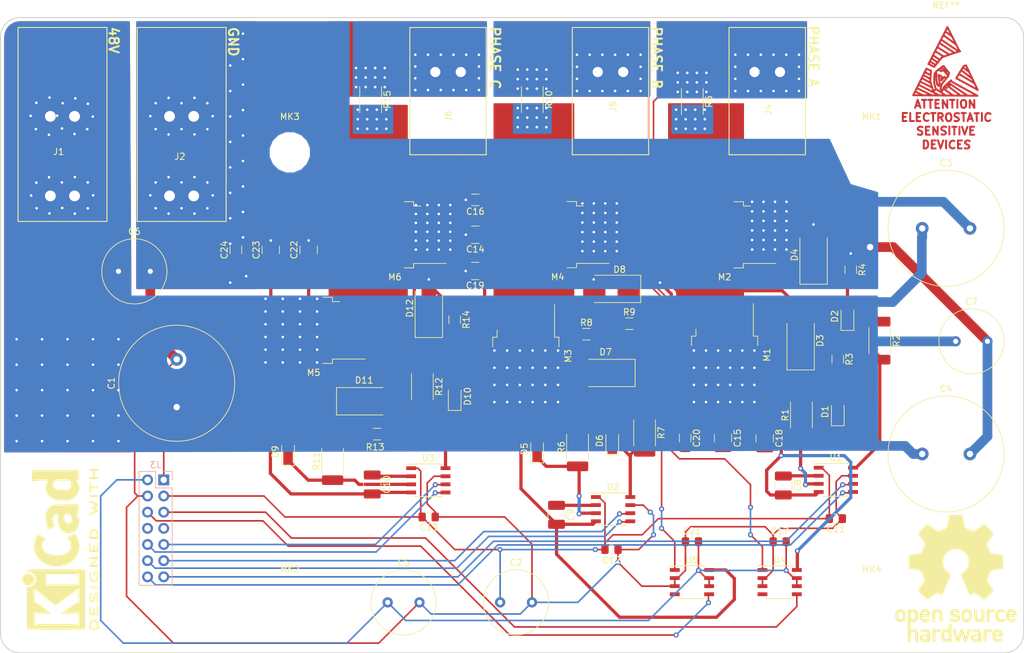
<source format=kicad_pcb>
(kicad_pcb (version 20171130) (host pcbnew 5.0.2+dfsg1-1)
  (layers (0 F.Cu signal) (31 B.Cu signal) (34 B.Paste user hide) (35 F.Paste user hide) (36 B.SilkS user) (37 F.SilkS user) (38 B.Mask user) (39 F.Mask user) (44 Edge.Cuts user))
  (net 0 "")
  (net 1 /48v)
  (net 2 /GND)
  (net 3 /12v)
  (net 4 /5v)
  (net 5 "Net-(C8-Pad1)")
  (net 6 /gatedrivers/PHASEA_SOURCE)
  (net 7 "Net-(C9-Pad1)")
  (net 8 /gatedrivers/PHASEB_SOURCE)
  (net 9 "Net-(C10-Pad1)")
  (net 10 /gatedrivers/PHASEC_SOURCE)
  (net 11 /mosfets/HS_A_GATE)
  (net 12 /gatedrivers/HO_A)
  (net 13 /gatedrivers/LO_A)
  (net 14 "Net-(D2-Pad2)")
  (net 15 /gatedrivers/HO_B)
  (net 16 "Net-(D5-Pad2)")
  (net 17 "Net-(D6-Pad2)")
  (net 18 /gatedrivers/LO_B)
  (net 19 "Net-(D11-Pad1)")
  (net 20 /gatedrivers/HO_C)
  (net 21 /gatedrivers/LO_C)
  (net 22 "Net-(D10-Pad2)")
  (net 23 /PHASEA_FB)
  (net 24 /PHASEB_FB)
  (net 25 "Net-(J3-Pad7)")
  (net 26 "Net-(J3-Pad8)")
  (net 27 /LS_C_TTL_PWM)
  (net 28 /HS_C_TTL_PWM)
  (net 29 /LS_B_TTL_PWM)
  (net 30 /HS_B_TTL_PWM)
  (net 31 /LS_A_TTL_PWM)
  (net 32 /HS_A_TTL_PWM)
  (net 33 /PHASE_A)
  (net 34 /PHASE_B)
  (net 35 /PHASE_C)
  (net 36 "Net-(U4-Pad4)")
  (net 37 "Net-(U5-Pad4)")
  (module Capacitor_THT:C_Radial_D18.0mm_H35.5mm_P7.50mm (layer F.Cu) (at 90.17 97.536 90)
    (fp_text reference C1 (at 3.75 -10.25 90) (layer F.SilkS))
    (fp_text value 680uF)
    (pad 1 thru_hole circle (at 0 0 90) (size 2 2) (drill 1) (layers *.Cu *.Mask) (net 1 /48v))
    (pad 2 thru_hole circle (at 7.5 0 90) (size 2 2) (drill 1) (layers *.Cu *.Mask) (net 2 /GND))
  )
  (module Capacitor_THT:C_Radial_D10.0mm_H20.0mm_P5.00mm (layer F.Cu) (at 141 128.22)
    (fp_text reference C2 (at 2.5 -6.25) (layer F.SilkS))
    (fp_text value 100uF)
    (pad 2 thru_hole circle (at 5 0) (size 1.6 1.6) (drill 0.8) (layers *.Cu *.Mask) (net 2 /GND))
    (pad 1 thru_hole circle (at 0 0) (size 1.6 1.6) (drill 0.8) (layers *.Cu *.Mask) (net 3 /12v))
  )
  (module Capacitor_THT:C_Radial_D18.0mm_H35.5mm_P7.50mm (layer F.Cu) (at 207.325 69.448349)
    (fp_text reference C3 (at 3.75 -10.25) (layer F.SilkS))
    (fp_text value 680uF)
    (pad 2 thru_hole circle (at 7.5 0) (size 2 2) (drill 1) (layers *.Cu *.Mask) (net 2 /GND))
    (pad 1 thru_hole circle (at 0 0) (size 2 2) (drill 1) (layers *.Cu *.Mask) (net 1 /48v))
  )
  (module Capacitor_THT:C_Radial_D18.0mm_H35.5mm_P7.50mm (layer F.Cu) (at 207.325 104.9)
    (fp_text reference C4 (at 3.75 -10.25) (layer F.SilkS))
    (fp_text value 680uF)
    (pad 1 thru_hole circle (at 0 0) (size 2 2) (drill 1) (layers *.Cu *.Mask) (net 1 /48v))
    (pad 2 thru_hole circle (at 7.5 0) (size 2 2) (drill 1) (layers *.Cu *.Mask) (net 2 /GND))
  )
  (module Capacitor_THT:C_Radial_D10.0mm_H20.0mm_P5.00mm (layer F.Cu) (at 123.325 128.22)
    (fp_text reference C5 (at 2.5 -6.25) (layer F.SilkS))
    (fp_text value 100uF)
    (pad 1 thru_hole circle (at 0 0) (size 1.6 1.6) (drill 0.8) (layers *.Cu *.Mask) (net 4 /5v))
    (pad 2 thru_hole circle (at 5 0) (size 1.6 1.6) (drill 0.8) (layers *.Cu *.Mask) (net 2 /GND))
  )
  (module Capacitor_THT:C_Radial_D10.0mm_H20.0mm_P5.00mm (layer F.Cu) (at 81.026 76.2)
    (fp_text reference C6 (at 2.5 -6.25) (layer F.SilkS))
    (fp_text value 100uF)
    (pad 1 thru_hole circle (at 0 0) (size 1.6 1.6) (drill 0.8) (layers *.Cu *.Mask) (net 1 /48v))
    (pad 2 thru_hole circle (at 5 0) (size 1.6 1.6) (drill 0.8) (layers *.Cu *.Mask) (net 2 /GND))
  )
  (module Capacitor_THT:C_Radial_D10.0mm_H20.0mm_P5.00mm (layer F.Cu) (at 212.575 87.2)
    (fp_text reference C7 (at 2.5 -6.25) (layer F.SilkS))
    (fp_text value 100uF)
    (pad 2 thru_hole circle (at 5 0) (size 1.6 1.6) (drill 0.8) (layers *.Cu *.Mask) (net 2 /GND))
    (pad 1 thru_hole circle (at 0 0) (size 1.6 1.6) (drill 0.8) (layers *.Cu *.Mask) (net 1 /48v))
  )
  (module Capacitor_SMD:C_1210_3225Metric_Pad1.42x2.65mm_HandSolder (layer F.Cu) (at 185.498 109.854 270)
    (fp_text reference C8 (at 0 -2.28 270) (layer F.SilkS))
    (fp_text value 0.68u)
    (pad 1 smd roundrect (at -1.4875 0 270) (size 1.425 2.65) (layers F.Cu F.Paste F.Mask) (roundrect_rratio 0.175439) (net 5 "Net-(C8-Pad1)"))
    (pad 2 smd roundrect (at 1.4875 0 270) (size 1.425 2.65) (layers F.Cu F.Paste F.Mask) (roundrect_rratio 0.175439) (net 6 /gatedrivers/PHASEA_SOURCE))
  )
  (module Capacitor_SMD:C_1210_3225Metric_Pad1.42x2.65mm_HandSolder (layer F.Cu) (at 149.86 114.4595 270)
    (fp_text reference C9 (at 0 -2.28 270) (layer F.SilkS))
    (fp_text value 0.68u)
    (pad 1 smd roundrect (at -1.4875 0 270) (size 1.425 2.65) (layers F.Cu F.Paste F.Mask) (roundrect_rratio 0.175439) (net 7 "Net-(C9-Pad1)"))
    (pad 2 smd roundrect (at 1.4875 0 270) (size 1.425 2.65) (layers F.Cu F.Paste F.Mask) (roundrect_rratio 0.175439) (net 8 /gatedrivers/PHASEB_SOURCE))
  )
  (module Capacitor_SMD:C_1210_3225Metric_Pad1.42x2.65mm_HandSolder (layer F.Cu) (at 120.904 109.6915 270)
    (fp_text reference C10 (at 0 -2.28 270) (layer F.SilkS))
    (fp_text value 0.68u)
    (pad 1 smd roundrect (at -1.4875 0 270) (size 1.425 2.65) (layers F.Cu F.Paste F.Mask) (roundrect_rratio 0.175439) (net 9 "Net-(C10-Pad1)"))
    (pad 2 smd roundrect (at 1.4875 0 270) (size 1.425 2.65) (layers F.Cu F.Paste F.Mask) (roundrect_rratio 0.175439) (net 10 /gatedrivers/PHASEC_SOURCE))
  )
  (module Capacitor_SMD:C_0805_2012Metric_Pad1.15x1.40mm_HandSolder (layer F.Cu) (at 193.753 115.061 180)
    (fp_text reference C11 (at 0 -1.65 180) (layer F.SilkS))
    (fp_text value 10.0u)
    (pad 1 smd roundrect (at -1.025 0 180) (size 1.15 1.4) (layers F.Cu F.Paste F.Mask) (roundrect_rratio 0.217391) (net 2 /GND))
    (pad 2 smd roundrect (at 1.025 0 180) (size 1.15 1.4) (layers F.Cu F.Paste F.Mask) (roundrect_rratio 0.217391) (net 3 /12v))
  )
  (module Capacitor_SMD:C_0805_2012Metric_Pad1.15x1.40mm_HandSolder (layer F.Cu) (at 158.496 119.9205 180)
    (fp_text reference C12 (at 0 -1.65 180) (layer F.SilkS))
    (fp_text value 10.0u)
    (pad 2 smd roundrect (at 1.025 0 180) (size 1.15 1.4) (layers F.Cu F.Paste F.Mask) (roundrect_rratio 0.217391) (net 3 /12v))
    (pad 1 smd roundrect (at -1.025 0 180) (size 1.15 1.4) (layers F.Cu F.Paste F.Mask) (roundrect_rratio 0.217391) (net 2 /GND))
  )
  (module Capacitor_SMD:C_0805_2012Metric_Pad1.15x1.40mm_HandSolder (layer F.Cu) (at 129.775 114.8 180)
    (fp_text reference C13 (at 0 -1.65 180) (layer F.SilkS))
    (fp_text value 10.0u)
    (pad 1 smd roundrect (at -1.025 0 180) (size 1.15 1.4) (layers F.Cu F.Paste F.Mask) (roundrect_rratio 0.217391) (net 2 /GND))
    (pad 2 smd roundrect (at 1.025 0 180) (size 1.15 1.4) (layers F.Cu F.Paste F.Mask) (roundrect_rratio 0.217391) (net 3 /12v))
  )
  (module Capacitor_SMD:C_1210_3225Metric_Pad1.42x2.65mm_HandSolder (layer F.Cu) (at 137.1 70.45 180)
    (fp_text reference C14 (at 0 -2.28 180) (layer F.SilkS))
    (fp_text value 4.7uF)
    (pad 2 smd roundrect (at 1.4875 0 180) (size 1.425 2.65) (layers F.Cu F.Paste F.Mask) (roundrect_rratio 0.175439) (net 2 /GND))
    (pad 1 smd roundrect (at -1.4875 0 180) (size 1.425 2.65) (layers F.Cu F.Paste F.Mask) (roundrect_rratio 0.175439) (net 1 /48v))
  )
  (module Capacitor_SMD:C_1210_3225Metric_Pad1.42x2.65mm_HandSolder (layer F.Cu) (at 176.015 102.406 270)
    (fp_text reference C15 (at 0 -2.28 270) (layer F.SilkS))
    (fp_text value 4.7uF)
    (pad 2 smd roundrect (at 1.4875 0 270) (size 1.425 2.65) (layers F.Cu F.Paste F.Mask) (roundrect_rratio 0.175439) (net 2 /GND))
    (pad 1 smd roundrect (at -1.4875 0 270) (size 1.425 2.65) (layers F.Cu F.Paste F.Mask) (roundrect_rratio 0.175439) (net 1 /48v))
  )
  (module Capacitor_SMD:C_1206_3216Metric_Pad1.42x1.75mm_HandSolder (layer F.Cu) (at 137.1 64.975 180)
    (fp_text reference C16 (at 0 -1.82 180) (layer F.SilkS))
    (fp_text value 2.2uF)
    (pad 1 smd roundrect (at -1.4875 0 180) (size 1.425 1.75) (layers F.Cu F.Paste F.Mask) (roundrect_rratio 0.175439) (net 1 /48v))
    (pad 2 smd roundrect (at 1.4875 0 180) (size 1.425 1.75) (layers F.Cu F.Paste F.Mask) (roundrect_rratio 0.175439) (net 2 /GND))
  )
  (module Resistor_SMD:R_0805_2012Metric_Pad1.15x1.40mm_HandSolder (layer F.Cu) (at 184.921 118.6855)
    (fp_text reference C17 (at 0 -1.65) (layer F.SilkS))
    (fp_text value 10.0uF)
    (pad 1 smd roundrect (at -1.025 0) (size 1.15 1.4) (layers F.Cu F.Paste F.Mask) (roundrect_rratio 0.217391) (net 2 /GND))
    (pad 2 smd roundrect (at 1.025 0) (size 1.15 1.4) (layers F.Cu F.Paste F.Mask) (roundrect_rratio 0.217391) (net 4 /5v))
  )
  (module Capacitor_SMD:C_1210_3225Metric_Pad1.42x2.65mm_HandSolder (layer F.Cu) (at 182.569 102.445 270)
    (fp_text reference C18 (at 0 -2.28 270) (layer F.SilkS))
    (fp_text value 4.7uF)
    (pad 1 smd roundrect (at -1.4875 0 270) (size 1.425 2.65) (layers F.Cu F.Paste F.Mask) (roundrect_rratio 0.175439) (net 1 /48v))
    (pad 2 smd roundrect (at 1.4875 0 270) (size 1.425 2.65) (layers F.Cu F.Paste F.Mask) (roundrect_rratio 0.175439) (net 2 /GND))
  )
  (module Capacitor_SMD:C_1210_3225Metric_Pad1.42x2.65mm_HandSolder (layer F.Cu) (at 137.075 76.15 180)
    (fp_text reference C19 (at 0 -2.28 180) (layer F.SilkS))
    (fp_text value 4.7uF)
    (pad 1 smd roundrect (at -1.4875 0 180) (size 1.425 2.65) (layers F.Cu F.Paste F.Mask) (roundrect_rratio 0.175439) (net 1 /48v))
    (pad 2 smd roundrect (at 1.4875 0 180) (size 1.425 2.65) (layers F.Cu F.Paste F.Mask) (roundrect_rratio 0.175439) (net 2 /GND))
  )
  (module Capacitor_SMD:C_1206_3216Metric_Pad1.42x1.75mm_HandSolder (layer F.Cu) (at 170.065 102.406 270)
    (fp_text reference C20 (at 0 -1.82 270) (layer F.SilkS))
    (fp_text value 2.2uF)
    (pad 2 smd roundrect (at 1.4875 0 270) (size 1.425 1.75) (layers F.Cu F.Paste F.Mask) (roundrect_rratio 0.175439) (net 2 /GND))
    (pad 1 smd roundrect (at -1.4875 0 270) (size 1.425 1.75) (layers F.Cu F.Paste F.Mask) (roundrect_rratio 0.175439) (net 1 /48v))
  )
  (module Resistor_SMD:R_0805_2012Metric_Pad1.15x1.40mm_HandSolder (layer F.Cu) (at 171.141 118.6855)
    (fp_text reference C21 (at 0 -1.65) (layer F.SilkS))
    (fp_text value 10.0uF)
    (pad 2 smd roundrect (at 1.025 0) (size 1.15 1.4) (layers F.Cu F.Paste F.Mask) (roundrect_rratio 0.217391) (net 4 /5v))
    (pad 1 smd roundrect (at -1.025 0) (size 1.15 1.4) (layers F.Cu F.Paste F.Mask) (roundrect_rratio 0.217391) (net 2 /GND))
  )
  (module Capacitor_SMD:C_1210_3225Metric_Pad1.42x2.65mm_HandSolder (layer F.Cu) (at 110.907 72.835 90)
    (fp_text reference C22 (at 0 -2.28 90) (layer F.SilkS))
    (fp_text value 4.7uF)
    (pad 2 smd roundrect (at 1.4875 0 90) (size 1.425 2.65) (layers F.Cu F.Paste F.Mask) (roundrect_rratio 0.175439) (net 2 /GND))
    (pad 1 smd roundrect (at -1.4875 0 90) (size 1.425 2.65) (layers F.Cu F.Paste F.Mask) (roundrect_rratio 0.175439) (net 1 /48v))
  )
  (module Capacitor_SMD:C_1210_3225Metric_Pad1.42x2.65mm_HandSolder (layer F.Cu) (at 104.962 72.835 90)
    (fp_text reference C23 (at 0 -2.28 90) (layer F.SilkS))
    (fp_text value 4.7uF)
    (pad 2 smd roundrect (at 1.4875 0 90) (size 1.425 2.65) (layers F.Cu F.Paste F.Mask) (roundrect_rratio 0.175439) (net 2 /GND))
    (pad 1 smd roundrect (at -1.4875 0 90) (size 1.425 2.65) (layers F.Cu F.Paste F.Mask) (roundrect_rratio 0.175439) (net 1 /48v))
  )
  (module Capacitor_SMD:C_1206_3216Metric_Pad1.42x1.75mm_HandSolder (layer F.Cu) (at 99.477 72.835 90)
    (fp_text reference C24 (at 0 -1.82 90) (layer F.SilkS))
    (fp_text value 2.2uF)
    (pad 1 smd roundrect (at -1.4875 0 90) (size 1.425 1.75) (layers F.Cu F.Paste F.Mask) (roundrect_rratio 0.175439) (net 1 /48v))
    (pad 2 smd roundrect (at 1.4875 0 90) (size 1.425 1.75) (layers F.Cu F.Paste F.Mask) (roundrect_rratio 0.175439) (net 2 /GND))
  )
  (module Diode_SMD:D_PowerDI-123 (layer F.Cu) (at 194.056 98.267 90)
    (fp_text reference D1 (at 0 -2 90) (layer F.SilkS))
    (fp_text value DFLS1100DICT-ND)
    (pad 2 smd rect (at 1.525 0 270) (size 1.05 1.5) (layers F.Cu F.Paste F.Mask) (net 11 /mosfets/HS_A_GATE))
    (pad 1 smd rect (at -0.85 0 270) (size 2.4 1.5) (layers F.Cu F.Paste F.Mask) (net 12 /gatedrivers/HO_A))
  )
  (module Diode_SMD:D_PowerDI-123 (layer F.Cu) (at 195.58 83.281 90)
    (fp_text reference D2 (at 0 -2 90) (layer F.SilkS))
    (fp_text value DFLS1100DICT-ND)
    (pad 1 smd rect (at -0.85 0 270) (size 2.4 1.5) (layers F.Cu F.Paste F.Mask) (net 13 /gatedrivers/LO_A))
    (pad 2 smd rect (at 1.525 0 270) (size 1.05 1.5) (layers F.Cu F.Paste F.Mask) (net 14 "Net-(D2-Pad2)"))
  )
  (module Diode_SMD:D_SMB_Handsoldering (layer F.Cu) (at 188.214 87.091 90)
    (fp_text reference D3 (at 0 3.048 90) (layer F.SilkS))
    (fp_text value SMBJ14A-FDICT-ND)
    (pad 1 smd rect (at -2.7 0 90) (size 3.5 2.3) (layers F.Cu F.Paste F.Mask) (net 11 /mosfets/HS_A_GATE))
    (pad 2 smd rect (at 2.7 0 90) (size 3.5 2.3) (layers F.Cu F.Paste F.Mask) (net 6 /gatedrivers/PHASEA_SOURCE))
  )
  (module Diode_SMD:D_SMB_Handsoldering (layer F.Cu) (at 190.25 73.625 90)
    (fp_text reference D4 (at 0 -3 90) (layer F.SilkS))
    (fp_text value SMBJ14A-FDICT-ND)
    (pad 2 smd rect (at 2.7 0 90) (size 3.5 2.3) (layers F.Cu F.Paste F.Mask) (net 2 /GND))
    (pad 1 smd rect (at -2.7 0 90) (size 3.5 2.3) (layers F.Cu F.Paste F.Mask) (net 14 "Net-(D2-Pad2)"))
  )
  (module Diode_SMD:D_PowerDI-123 (layer F.Cu) (at 146.812 104.109 90)
    (fp_text reference D5 (at 0 -2 90) (layer F.SilkS))
    (fp_text value DFLS1100DICT-ND)
    (pad 1 smd rect (at -0.85 0 270) (size 2.4 1.5) (layers F.Cu F.Paste F.Mask) (net 15 /gatedrivers/HO_B))
    (pad 2 smd rect (at 1.525 0 270) (size 1.05 1.5) (layers F.Cu F.Paste F.Mask) (net 16 "Net-(D5-Pad2)"))
  )
  (module Diode_SMD:D_PowerDI-123 (layer F.Cu) (at 158.623 102.839 90)
    (fp_text reference D6 (at 0 -2 90) (layer F.SilkS))
    (fp_text value DFLS1100DICT-ND)
    (pad 2 smd rect (at 1.525 0 270) (size 1.05 1.5) (layers F.Cu F.Paste F.Mask) (net 17 "Net-(D6-Pad2)"))
    (pad 1 smd rect (at -0.85 0 270) (size 2.4 1.5) (layers F.Cu F.Paste F.Mask) (net 18 /gatedrivers/LO_B))
  )
  (module Diode_SMD:D_SMB_Handsoldering (layer F.Cu) (at 157.607 92.171 180)
    (fp_text reference D7 (at 0.036 3.302 180) (layer F.SilkS))
    (fp_text value SMBJ14A-FDICT-ND)
    (pad 1 smd rect (at -2.7 0 180) (size 3.5 2.3) (layers F.Cu F.Paste F.Mask) (net 16 "Net-(D5-Pad2)"))
    (pad 2 smd rect (at 2.7 0 180) (size 3.5 2.3) (layers F.Cu F.Paste F.Mask) (net 8 /gatedrivers/PHASEB_SOURCE))
  )
  (module Diode_SMD:D_SMB_Handsoldering (layer F.Cu) (at 158.496 78.963 180)
    (fp_text reference D8 (at -1.27 3.048 180) (layer F.SilkS))
    (fp_text value SMBJ14A-FDICT-ND)
    (pad 2 smd rect (at 2.7 0 180) (size 3.5 2.3) (layers F.Cu F.Paste F.Mask) (net 2 /GND))
    (pad 1 smd rect (at -2.7 0 180) (size 3.5 2.3) (layers F.Cu F.Paste F.Mask) (net 17 "Net-(D6-Pad2)"))
  )
  (module Diode_SMD:D_PowerDI-123 (layer F.Cu) (at 107.675 104.55 90)
    (fp_text reference D9 (at 0 -2 90) (layer F.SilkS))
    (fp_text value DFLS1100DICT-ND)
    (pad 2 smd rect (at 1.525 0 270) (size 1.05 1.5) (layers F.Cu F.Paste F.Mask) (net 19 "Net-(D11-Pad1)"))
    (pad 1 smd rect (at -0.85 0 270) (size 2.4 1.5) (layers F.Cu F.Paste F.Mask) (net 20 /gatedrivers/HO_C))
  )
  (module Diode_SMD:D_PowerDI-123 (layer F.Cu) (at 133.858 95.854 90)
    (fp_text reference D10 (at 0 2.032 90) (layer F.SilkS))
    (fp_text value DFLS1100DICT-ND)
    (pad 1 smd rect (at -0.85 0 270) (size 2.4 1.5) (layers F.Cu F.Paste F.Mask) (net 21 /gatedrivers/LO_C))
    (pad 2 smd rect (at 1.525 0 270) (size 1.05 1.5) (layers F.Cu F.Paste F.Mask) (net 22 "Net-(D10-Pad2)"))
  )
  (module Diode_SMD:D_SMB_Handsoldering (layer F.Cu) (at 119.888 96.616)
    (fp_text reference D11 (at -0.254 -3.302) (layer F.SilkS))
    (fp_text value SMBJ14A-FDICT-ND)
    (pad 1 smd rect (at -2.7 0) (size 3.5 2.3) (layers F.Cu F.Paste F.Mask) (net 19 "Net-(D11-Pad1)"))
    (pad 2 smd rect (at 2.7 0) (size 3.5 2.3) (layers F.Cu F.Paste F.Mask) (net 10 /gatedrivers/PHASEC_SOURCE))
  )
  (module Diode_SMD:D_SMB_Handsoldering (layer F.Cu) (at 129.794 82.011 90)
    (fp_text reference D12 (at 0 -3 90) (layer F.SilkS))
    (fp_text value SMBJ14A-FDICT-ND)
    (pad 2 smd rect (at 2.7 0 90) (size 3.5 2.3) (layers F.Cu F.Paste F.Mask) (net 2 /GND))
    (pad 1 smd rect (at -2.7 0 90) (size 3.5 2.3) (layers F.Cu F.Paste F.Mask) (net 22 "Net-(D10-Pad2)"))
  )
  (module "custom:Weidmuller 85amps" (layer F.Cu) (at 70.325 51.85)
    (fp_text reference J1 (at 1.303 5.554) (layer F.SilkS))
    (fp_text value Screw_Terminal_01x01)
    (pad 1 thru_hole circle (at 0 0) (size 3 3) (drill 1.7) (layers *.Cu *.Mask) (net 1 /48v))
    (pad 1 thru_hole circle (at 3.8 0) (size 3 3) (drill 1.7) (layers *.Cu *.Mask) (net 1 /48v))
    (pad 1 thru_hole circle (at 0 12.5) (size 3 3) (drill 1.7) (layers *.Cu *.Mask) (net 1 /48v))
    (pad 1 thru_hole circle (at 3.8 12.5) (size 3 3) (drill 1.7) (layers *.Cu *.Mask) (net 1 /48v))
  )
  (module "custom:Weidmuller 85amps" (layer F.Cu) (at 89.05 51.85)
    (fp_text reference J2 (at 1.628 6.316) (layer F.SilkS))
    (fp_text value Screw_Terminal_01x01)
    (pad 1 thru_hole circle (at 3.8 12.5) (size 3 3) (drill 1.7) (layers *.Cu *.Mask) (net 2 /GND))
    (pad 1 thru_hole circle (at 0 12.5) (size 3 3) (drill 1.7) (layers *.Cu *.Mask) (net 2 /GND))
    (pad 1 thru_hole circle (at 3.8 0) (size 3 3) (drill 1.7) (layers *.Cu *.Mask) (net 2 /GND))
    (pad 1 thru_hole circle (at 0 0) (size 3 3) (drill 1.7) (layers *.Cu *.Mask) (net 2 /GND))
  )
  (module Connector_PinHeader_2.54mm:PinHeader_2x07_P2.54mm_Vertical (layer B.Cu) (at 88.138 108.966 180)
    (fp_text reference J3 (at 1.27 2.33 180) (layer B.SilkS) (effects (justify mirror)))
    (fp_text value Conn_02x07_Counter_Clockwise)
    (pad 1 thru_hole rect (at 0 0 180) (size 1.7 1.7) (drill 1) (layers *.Cu *.Mask) (net 1 /48v))
    (pad 2 thru_hole oval (at 2.54 0 180) (size 1.7 1.7) (drill 1) (layers *.Cu *.Mask) (net 4 /5v))
    (pad 3 thru_hole oval (at 0 -2.54 180) (size 1.7 1.7) (drill 1) (layers *.Cu *.Mask) (net 3 /12v))
    (pad 4 thru_hole oval (at 2.54 -2.54 180) (size 1.7 1.7) (drill 1) (layers *.Cu *.Mask) (net 2 /GND))
    (pad 5 thru_hole oval (at 0 -5.08 180) (size 1.7 1.7) (drill 1) (layers *.Cu *.Mask) (net 23 /PHASEA_FB))
    (pad 6 thru_hole oval (at 2.54 -5.08 180) (size 1.7 1.7) (drill 1) (layers *.Cu *.Mask) (net 24 /PHASEB_FB))
    (pad 7 thru_hole oval (at 0 -7.62 180) (size 1.7 1.7) (drill 1) (layers *.Cu *.Mask) (net 25 "Net-(J3-Pad7)"))
    (pad 8 thru_hole oval (at 2.54 -7.62 180) (size 1.7 1.7) (drill 1) (layers *.Cu *.Mask) (net 26 "Net-(J3-Pad8)"))
    (pad 9 thru_hole oval (at 0 -10.16 180) (size 1.7 1.7) (drill 1) (layers *.Cu *.Mask) (net 27 /LS_C_TTL_PWM))
    (pad 10 thru_hole oval (at 2.54 -10.16 180) (size 1.7 1.7) (drill 1) (layers *.Cu *.Mask) (net 28 /HS_C_TTL_PWM))
    (pad 11 thru_hole oval (at 0 -12.7 180) (size 1.7 1.7) (drill 1) (layers *.Cu *.Mask) (net 29 /LS_B_TTL_PWM))
    (pad 12 thru_hole oval (at 2.54 -12.7 180) (size 1.7 1.7) (drill 1) (layers *.Cu *.Mask) (net 30 /HS_B_TTL_PWM))
    (pad 13 thru_hole oval (at 0 -15.24 180) (size 1.7 1.7) (drill 1) (layers *.Cu *.Mask) (net 31 /LS_A_TTL_PWM))
    (pad 14 thru_hole oval (at 2.54 -15.24 180) (size 1.7 1.7) (drill 1) (layers *.Cu *.Mask) (net 32 /HS_A_TTL_PWM))
  )
  (module "custom:Pheonix 65amps" (layer F.Cu) (at 180.975 44.88)
    (fp_text reference J4 (at 2.159 5.92 90) (layer F.SilkS))
    (fp_text value Screw_Terminal_01x01)
    (pad 1 thru_hole circle (at 0 0) (size 3 3) (drill 1.6) (layers *.Cu *.Mask) (net 33 /PHASE_A))
    (pad 1 thru_hole circle (at 4 0) (size 3 3) (drill 1.6) (layers *.Cu *.Mask) (net 33 /PHASE_A))
  )
  (module "custom:Pheonix 65amps" (layer F.Cu) (at 156.337 44.88)
    (fp_text reference J5 (at 2.413 5.412 90) (layer F.SilkS))
    (fp_text value Screw_Terminal_01x01)
    (pad 1 thru_hole circle (at 4 0) (size 3 3) (drill 1.6) (layers *.Cu *.Mask) (net 34 /PHASE_B))
    (pad 1 thru_hole circle (at 0 0) (size 3 3) (drill 1.6) (layers *.Cu *.Mask) (net 34 /PHASE_B))
  )
  (module "custom:Pheonix 65amps" (layer F.Cu) (at 130.81 44.88)
    (fp_text reference J6 (at 2.032 6.936 90) (layer F.SilkS))
    (fp_text value Screw_Terminal_01x01)
    (pad 1 thru_hole circle (at 0 0) (size 3 3) (drill 1.6) (layers *.Cu *.Mask) (net 35 /PHASE_C))
    (pad 1 thru_hole circle (at 4 0) (size 3 3) (drill 1.6) (layers *.Cu *.Mask) (net 35 /PHASE_C))
  )
  (module Package_TO_SOT_SMD:TO-263-6 (layer F.Cu) (at 176.276 89.341 270)
    (fp_text reference M1 (at 0 -6.65 270) (layer F.SilkS))
    (fp_text value IPB017N10N5)
    (pad 4 smd rect (at 3.375 0 270) (size 9.4 10.8) (layers F.Cu F.Mask) (net 1 /48v))
    (pad 7 smd rect (at -5.775 3.81 270) (size 4.6 0.8) (layers F.Cu F.Paste F.Mask) (net 6 /gatedrivers/PHASEA_SOURCE))
    (pad 6 smd rect (at -5.775 2.54 270) (size 4.6 0.8) (layers F.Cu F.Paste F.Mask) (net 6 /gatedrivers/PHASEA_SOURCE))
    (pad 5 smd rect (at -5.775 1.27 270) (size 4.6 0.8) (layers F.Cu F.Paste F.Mask) (net 6 /gatedrivers/PHASEA_SOURCE))
    (pad 3 smd rect (at -5.775 -1.27 270) (size 4.6 0.8) (layers F.Cu F.Paste F.Mask) (net 6 /gatedrivers/PHASEA_SOURCE))
    (pad 2 smd rect (at -5.775 -2.54 270) (size 4.6 0.8) (layers F.Cu F.Paste F.Mask) (net 6 /gatedrivers/PHASEA_SOURCE))
    (pad 1 smd rect (at -5.775 -3.81 270) (size 4.6 0.8) (layers F.Cu F.Paste F.Mask) (net 11 /mosfets/HS_A_GATE))
  )
  (module Package_TO_SOT_SMD:TO-263-6 (layer F.Cu) (at 176.276 70.454 180)
    (fp_text reference M2 (at 0 -6.65 180) (layer F.SilkS))
    (fp_text value IPB017N10N5)
    (pad 4 smd rect (at 3.375 0 180) (size 9.4 10.8) (layers F.Cu F.Mask) (net 6 /gatedrivers/PHASEA_SOURCE))
    (pad 7 smd rect (at -5.775 3.81 180) (size 4.6 0.8) (layers F.Cu F.Paste F.Mask) (net 2 /GND))
    (pad 6 smd rect (at -5.775 2.54 180) (size 4.6 0.8) (layers F.Cu F.Paste F.Mask) (net 2 /GND))
    (pad 5 smd rect (at -5.775 1.27 180) (size 4.6 0.8) (layers F.Cu F.Paste F.Mask) (net 2 /GND))
    (pad 3 smd rect (at -5.775 -1.27 180) (size 4.6 0.8) (layers F.Cu F.Paste F.Mask) (net 2 /GND))
    (pad 2 smd rect (at -5.775 -2.54 180) (size 4.6 0.8) (layers F.Cu F.Paste F.Mask) (net 2 /GND))
    (pad 1 smd rect (at -5.775 -3.81 180) (size 4.6 0.8) (layers F.Cu F.Paste F.Mask) (net 14 "Net-(D2-Pad2)"))
  )
  (module Package_TO_SOT_SMD:TO-263-6 (layer F.Cu) (at 145.034 89.504 270)
    (fp_text reference M3 (at 0 -6.65 270) (layer F.SilkS))
    (fp_text value IPB017N10N5)
    (pad 1 smd rect (at -5.775 -3.81 270) (size 4.6 0.8) (layers F.Cu F.Paste F.Mask) (net 16 "Net-(D5-Pad2)"))
    (pad 2 smd rect (at -5.775 -2.54 270) (size 4.6 0.8) (layers F.Cu F.Paste F.Mask) (net 8 /gatedrivers/PHASEB_SOURCE))
    (pad 3 smd rect (at -5.775 -1.27 270) (size 4.6 0.8) (layers F.Cu F.Paste F.Mask) (net 8 /gatedrivers/PHASEB_SOURCE))
    (pad 5 smd rect (at -5.775 1.27 270) (size 4.6 0.8) (layers F.Cu F.Paste F.Mask) (net 8 /gatedrivers/PHASEB_SOURCE))
    (pad 6 smd rect (at -5.775 2.54 270) (size 4.6 0.8) (layers F.Cu F.Paste F.Mask) (net 8 /gatedrivers/PHASEB_SOURCE))
    (pad 7 smd rect (at -5.775 3.81 270) (size 4.6 0.8) (layers F.Cu F.Paste F.Mask) (net 8 /gatedrivers/PHASEB_SOURCE))
    (pad 4 smd rect (at 3.375 0 270) (size 9.4 10.8) (layers F.Cu F.Mask) (net 1 /48v))
  )
  (module Package_TO_SOT_SMD:TO-263-6 (layer F.Cu) (at 150.048 70.435 180)
    (fp_text reference M4 (at 0 -6.65 180) (layer F.SilkS))
    (fp_text value IPB017N10N5)
    (pad 4 smd rect (at 3.375 0 180) (size 9.4 10.8) (layers F.Cu F.Mask) (net 8 /gatedrivers/PHASEB_SOURCE))
    (pad 7 smd rect (at -5.775 3.81 180) (size 4.6 0.8) (layers F.Cu F.Paste F.Mask) (net 2 /GND))
    (pad 6 smd rect (at -5.775 2.54 180) (size 4.6 0.8) (layers F.Cu F.Paste F.Mask) (net 2 /GND))
    (pad 5 smd rect (at -5.775 1.27 180) (size 4.6 0.8) (layers F.Cu F.Paste F.Mask) (net 2 /GND))
    (pad 3 smd rect (at -5.775 -1.27 180) (size 4.6 0.8) (layers F.Cu F.Paste F.Mask) (net 2 /GND))
    (pad 2 smd rect (at -5.775 -2.54 180) (size 4.6 0.8) (layers F.Cu F.Paste F.Mask) (net 2 /GND))
    (pad 1 smd rect (at -5.775 -3.81 180) (size 4.6 0.8) (layers F.Cu F.Paste F.Mask) (net 17 "Net-(D6-Pad2)"))
  )
  (module Package_TO_SOT_SMD:TO-263-6 (layer F.Cu) (at 111.7 85.475 180)
    (fp_text reference M5 (at 0 -6.65 180) (layer F.SilkS))
    (fp_text value IPB017N10N5)
    (pad 1 smd rect (at -5.775 -3.81 180) (size 4.6 0.8) (layers F.Cu F.Paste F.Mask) (net 19 "Net-(D11-Pad1)"))
    (pad 2 smd rect (at -5.775 -2.54 180) (size 4.6 0.8) (layers F.Cu F.Paste F.Mask) (net 10 /gatedrivers/PHASEC_SOURCE))
    (pad 3 smd rect (at -5.775 -1.27 180) (size 4.6 0.8) (layers F.Cu F.Paste F.Mask) (net 10 /gatedrivers/PHASEC_SOURCE))
    (pad 5 smd rect (at -5.775 1.27 180) (size 4.6 0.8) (layers F.Cu F.Paste F.Mask) (net 10 /gatedrivers/PHASEC_SOURCE))
    (pad 6 smd rect (at -5.775 2.54 180) (size 4.6 0.8) (layers F.Cu F.Paste F.Mask) (net 10 /gatedrivers/PHASEC_SOURCE))
    (pad 7 smd rect (at -5.775 3.81 180) (size 4.6 0.8) (layers F.Cu F.Paste F.Mask) (net 10 /gatedrivers/PHASEC_SOURCE))
    (pad 4 smd rect (at 3.375 0 180) (size 9.4 10.8) (layers F.Cu F.Mask) (net 1 /48v))
  )
  (module Package_TO_SOT_SMD:TO-263-6 (layer F.Cu) (at 124.46 70.454 180)
    (fp_text reference M6 (at 0 -6.65 180) (layer F.SilkS))
    (fp_text value IPB017N10N5)
    (pad 1 smd rect (at -5.775 -3.81 180) (size 4.6 0.8) (layers F.Cu F.Paste F.Mask) (net 22 "Net-(D10-Pad2)"))
    (pad 2 smd rect (at -5.775 -2.54 180) (size 4.6 0.8) (layers F.Cu F.Paste F.Mask) (net 2 /GND))
    (pad 3 smd rect (at -5.775 -1.27 180) (size 4.6 0.8) (layers F.Cu F.Paste F.Mask) (net 2 /GND))
    (pad 5 smd rect (at -5.775 1.27 180) (size 4.6 0.8) (layers F.Cu F.Paste F.Mask) (net 2 /GND))
    (pad 6 smd rect (at -5.775 2.54 180) (size 4.6 0.8) (layers F.Cu F.Paste F.Mask) (net 2 /GND))
    (pad 7 smd rect (at -5.775 3.81 180) (size 4.6 0.8) (layers F.Cu F.Paste F.Mask) (net 2 /GND))
    (pad 4 smd rect (at 3.375 0 180) (size 9.4 10.8) (layers F.Cu F.Mask) (net 10 /gatedrivers/PHASEC_SOURCE))
  )
  (module MountingHole:MountingHole_5.3mm_M5_DIN965 (layer F.Cu) (at 199.39 57.5)
    (fp_text reference MK1 (at 0 -5.6) (layer F.SilkS))
    (fp_text value Mounting_Hole)
    (pad 1 np_thru_hole circle (at 0 0) (size 5.3 5.3) (drill 5.3) (layers *.Cu *.Mask))
  )
  (module MountingHole:MountingHole_5.3mm_M5_DIN965 (layer F.Cu) (at 107.95 128.62)
    (fp_text reference MK2 (at 0 -5.6) (layer F.SilkS))
    (fp_text value Mounting_Hole)
    (pad 1 np_thru_hole circle (at 0 0) (size 5.3 5.3) (drill 5.3) (layers *.Cu *.Mask))
  )
  (module MountingHole:MountingHole_5.3mm_M5_DIN965 (layer F.Cu) (at 107.95 57.5)
    (fp_text reference MK3 (at 0 -5.6) (layer F.SilkS))
    (fp_text value Mounting_Hole)
    (pad 1 np_thru_hole circle (at 0 0) (size 5.3 5.3) (drill 5.3) (layers *.Cu *.Mask))
  )
  (module MountingHole:MountingHole_5.3mm_M5_DIN965 (layer F.Cu) (at 199.39 128.62)
    (fp_text reference MK4 (at 0 -5.6) (layer F.SilkS))
    (fp_text value Mounting_Hole)
    (pad 1 np_thru_hole circle (at 0 0) (size 5.3 5.3) (drill 5.3) (layers *.Cu *.Mask))
  )
  (module Resistor_SMD:R_2512_6332Metric_Pad1.52x3.35mm_HandSolder (layer F.Cu) (at 188.341 98.775 270)
    (fp_text reference R1 (at 0 2.54 270) (layer F.SilkS))
    (fp_text value 10)
    (pad 2 smd roundrect (at 2.9875 0 270) (size 1.525 3.35) (layers F.Cu F.Paste F.Mask) (roundrect_rratio 0.163934) (net 12 /gatedrivers/HO_A))
    (pad 1 smd roundrect (at -2.9875 0 270) (size 1.525 3.35) (layers F.Cu F.Paste F.Mask) (roundrect_rratio 0.163934) (net 11 /mosfets/HS_A_GATE))
  )
  (module Resistor_SMD:R_2512_6332Metric_Pad1.52x3.35mm_HandSolder (layer F.Cu) (at 200.66 87.091 270)
    (fp_text reference R2 (at 0 -2.62 270) (layer F.SilkS))
    (fp_text value 10)
    (pad 1 smd roundrect (at -2.9875 0 270) (size 1.525 3.35) (layers F.Cu F.Paste F.Mask) (roundrect_rratio 0.163934) (net 14 "Net-(D2-Pad2)"))
    (pad 2 smd roundrect (at 2.9875 0 270) (size 1.525 3.35) (layers F.Cu F.Paste F.Mask) (roundrect_rratio 0.163934) (net 13 /gatedrivers/LO_A))
  )
  (module Resistor_SMD:R_1206_3216Metric_Pad1.42x1.75mm_HandSolder (layer F.Cu) (at 194.056 90.012 270)
    (fp_text reference R3 (at 0 -1.82 270) (layer F.SilkS))
    (fp_text value 20k)
    (pad 2 smd roundrect (at 1.4875 0 270) (size 1.425 1.75) (layers F.Cu F.Paste F.Mask) (roundrect_rratio 0.175439) (net 11 /mosfets/HS_A_GATE))
    (pad 1 smd roundrect (at -1.4875 0 270) (size 1.425 1.75) (layers F.Cu F.Paste F.Mask) (roundrect_rratio 0.175439) (net 6 /gatedrivers/PHASEA_SOURCE))
  )
  (module Resistor_SMD:R_1206_3216Metric_Pad1.42x1.75mm_HandSolder (layer F.Cu) (at 196.088 75.946 270)
    (fp_text reference R4 (at 0 -1.82 270) (layer F.SilkS))
    (fp_text value 20k)
    (pad 1 smd roundrect (at -1.4875 0 270) (size 1.425 1.75) (layers F.Cu F.Paste F.Mask) (roundrect_rratio 0.175439) (net 2 /GND))
    (pad 2 smd roundrect (at 1.4875 0 270) (size 1.425 1.75) (layers F.Cu F.Paste F.Mask) (roundrect_rratio 0.175439) (net 14 "Net-(D2-Pad2)"))
  )
  (module Resistor_SMD:R_2512_6332Metric_Pad1.52x3.35mm_HandSolder (layer F.Cu) (at 171.196 49.53 270)
    (fp_text reference R5 (at 0 -2.62 270) (layer F.SilkS))
    (fp_text value 0.001)
    (pad 2 smd roundrect (at 2.9875 0 270) (size 1.525 3.35) (layers F.Cu F.Paste F.Mask) (roundrect_rratio 0.163934) (net 6 /gatedrivers/PHASEA_SOURCE))
    (pad 1 smd roundrect (at -2.9875 0 270) (size 1.525 3.35) (layers F.Cu F.Paste F.Mask) (roundrect_rratio 0.163934) (net 33 /PHASE_A))
  )
  (module Resistor_SMD:R_2512_6332Metric_Pad1.52x3.35mm_HandSolder (layer F.Cu) (at 153.162 103.855 270)
    (fp_text reference R6 (at 0 2.54 270) (layer F.SilkS))
    (fp_text value 10)
    (pad 2 smd roundrect (at 2.9875 0 270) (size 1.525 3.35) (layers F.Cu F.Paste F.Mask) (roundrect_rratio 0.163934) (net 15 /gatedrivers/HO_B))
    (pad 1 smd roundrect (at -2.9875 0 270) (size 1.525 3.35) (layers F.Cu F.Paste F.Mask) (roundrect_rratio 0.163934) (net 16 "Net-(D5-Pad2)"))
  )
  (module Resistor_SMD:R_2512_6332Metric_Pad1.52x3.35mm_HandSolder (layer F.Cu) (at 163.703 101.569 270)
    (fp_text reference R7 (at 0 -2.62 270) (layer F.SilkS))
    (fp_text value 10)
    (pad 2 smd roundrect (at 2.9875 0 270) (size 1.525 3.35) (layers F.Cu F.Paste F.Mask) (roundrect_rratio 0.163934) (net 18 /gatedrivers/LO_B))
    (pad 1 smd roundrect (at -2.9875 0 270) (size 1.525 3.35) (layers F.Cu F.Paste F.Mask) (roundrect_rratio 0.163934) (net 17 "Net-(D6-Pad2)"))
  )
  (module Resistor_SMD:R_1206_3216Metric_Pad1.42x1.75mm_HandSolder (layer F.Cu) (at 154.559 86.075)
    (fp_text reference R8 (at 0 -1.82) (layer F.SilkS))
    (fp_text value 20k)
    (pad 2 smd roundrect (at 1.4875 0) (size 1.425 1.75) (layers F.Cu F.Paste F.Mask) (roundrect_rratio 0.175439) (net 16 "Net-(D5-Pad2)"))
    (pad 1 smd roundrect (at -1.4875 0) (size 1.425 1.75) (layers F.Cu F.Paste F.Mask) (roundrect_rratio 0.175439) (net 8 /gatedrivers/PHASEB_SOURCE))
  )
  (module Resistor_SMD:R_1206_3216Metric_Pad1.42x1.75mm_HandSolder (layer F.Cu) (at 161.29 84.424)
    (fp_text reference R9 (at 0 -1.82) (layer F.SilkS))
    (fp_text value 20k)
    (pad 2 smd roundrect (at 1.4875 0) (size 1.425 1.75) (layers F.Cu F.Paste F.Mask) (roundrect_rratio 0.175439) (net 17 "Net-(D6-Pad2)"))
    (pad 1 smd roundrect (at -1.4875 0) (size 1.425 1.75) (layers F.Cu F.Paste F.Mask) (roundrect_rratio 0.175439) (net 2 /GND))
  )
  (module Resistor_SMD:R_2512_6332Metric_Pad1.52x3.35mm_HandSolder (layer F.Cu) (at 146.05 49.2155 270)
    (fp_text reference R10 (at 0 -2.62 270) (layer F.SilkS))
    (fp_text value 0.001)
    (pad 1 smd roundrect (at -2.9875 0 270) (size 1.525 3.35) (layers F.Cu F.Paste F.Mask) (roundrect_rratio 0.163934) (net 34 /PHASE_B))
    (pad 2 smd roundrect (at 2.9875 0 270) (size 1.525 3.35) (layers F.Cu F.Paste F.Mask) (roundrect_rratio 0.163934) (net 8 /gatedrivers/PHASEB_SOURCE))
  )
  (module Resistor_SMD:R_2512_6332Metric_Pad1.52x3.35mm_HandSolder (layer F.Cu) (at 114.675 106.025 270)
    (fp_text reference R11 (at 0 2.54 270) (layer F.SilkS))
    (fp_text value 10)
    (pad 1 smd roundrect (at -2.9875 0 270) (size 1.525 3.35) (layers F.Cu F.Paste F.Mask) (roundrect_rratio 0.163934) (net 19 "Net-(D11-Pad1)"))
    (pad 2 smd roundrect (at 2.9875 0 270) (size 1.525 3.35) (layers F.Cu F.Paste F.Mask) (roundrect_rratio 0.163934) (net 20 /gatedrivers/HO_C))
  )
  (module Resistor_SMD:R_2512_6332Metric_Pad1.52x3.35mm_HandSolder (layer F.Cu) (at 128.778 94.33 270)
    (fp_text reference R12 (at 0 -2.62 270) (layer F.SilkS))
    (fp_text value 10)
    (pad 1 smd roundrect (at -2.9875 0 270) (size 1.525 3.35) (layers F.Cu F.Paste F.Mask) (roundrect_rratio 0.163934) (net 22 "Net-(D10-Pad2)"))
    (pad 2 smd roundrect (at 2.9875 0 270) (size 1.525 3.35) (layers F.Cu F.Paste F.Mask) (roundrect_rratio 0.163934) (net 21 /gatedrivers/LO_C))
  )
  (module Resistor_SMD:R_1206_3216Metric_Pad1.42x1.75mm_HandSolder (layer F.Cu) (at 121.65 101.775 180)
    (fp_text reference R13 (at 0.29 -2.04 180) (layer F.SilkS))
    (fp_text value 20k)
    (pad 1 smd roundrect (at -1.4875 0 180) (size 1.425 1.75) (layers F.Cu F.Paste F.Mask) (roundrect_rratio 0.175439) (net 10 /gatedrivers/PHASEC_SOURCE))
    (pad 2 smd roundrect (at 1.4875 0 180) (size 1.425 1.75) (layers F.Cu F.Paste F.Mask) (roundrect_rratio 0.175439) (net 19 "Net-(D11-Pad1)"))
  )
  (module Resistor_SMD:R_1206_3216Metric_Pad1.42x1.75mm_HandSolder (layer F.Cu) (at 133.858 83.789 270)
    (fp_text reference R14 (at 0 -1.82 270) (layer F.SilkS))
    (fp_text value 20k)
    (pad 1 smd roundrect (at -1.4875 0 270) (size 1.425 1.75) (layers F.Cu F.Paste F.Mask) (roundrect_rratio 0.175439) (net 2 /GND))
    (pad 2 smd roundrect (at 1.4875 0 270) (size 1.425 1.75) (layers F.Cu F.Paste F.Mask) (roundrect_rratio 0.175439) (net 22 "Net-(D10-Pad2)"))
  )
  (module Resistor_SMD:R_2512_6332Metric_Pad1.52x3.35mm_HandSolder (layer F.Cu) (at 120.65 49.2155 270)
    (fp_text reference R15 (at 0 -2.62 270) (layer F.SilkS))
    (fp_text value 0.001)
    (pad 1 smd roundrect (at -2.9875 0 270) (size 1.525 3.35) (layers F.Cu F.Paste F.Mask) (roundrect_rratio 0.163934) (net 35 /PHASE_C))
    (pad 2 smd roundrect (at 2.9875 0 270) (size 1.525 3.35) (layers F.Cu F.Paste F.Mask) (roundrect_rratio 0.163934) (net 10 /gatedrivers/PHASEC_SOURCE))
  )
  (module Package_SO:SOIC-8_3.9x4.9mm_P1.27mm (layer F.Cu) (at 193.753 108.965)
    (fp_text reference U1 (at 0 -3.5) (layer F.SilkS))
    (fp_text value UCC27211A)
    (pad 8 smd rect (at 2.7 -1.905) (size 1.55 0.6) (layers F.Cu F.Paste F.Mask) (net 13 /gatedrivers/LO_A))
    (pad 7 smd rect (at 2.7 -0.635) (size 1.55 0.6) (layers F.Cu F.Paste F.Mask) (net 2 /GND))
    (pad 6 smd rect (at 2.7 0.635) (size 1.55 0.6) (layers F.Cu F.Paste F.Mask) (net 31 /LS_A_TTL_PWM))
    (pad 5 smd rect (at 2.7 1.905) (size 1.55 0.6) (layers F.Cu F.Paste F.Mask) (net 32 /HS_A_TTL_PWM))
    (pad 4 smd rect (at -2.7 1.905) (size 1.55 0.6) (layers F.Cu F.Paste F.Mask) (net 6 /gatedrivers/PHASEA_SOURCE))
    (pad 3 smd rect (at -2.7 0.635) (size 1.55 0.6) (layers F.Cu F.Paste F.Mask) (net 12 /gatedrivers/HO_A))
    (pad 2 smd rect (at -2.7 -0.635) (size 1.55 0.6) (layers F.Cu F.Paste F.Mask) (net 5 "Net-(C8-Pad1)"))
    (pad 1 smd rect (at -2.7 -1.905) (size 1.55 0.6) (layers F.Cu F.Paste F.Mask) (net 3 /12v))
  )
  (module Package_SO:SOIC-8_3.9x4.9mm_P1.27mm (layer F.Cu) (at 158.75 113.5705)
    (fp_text reference U2 (at 0 -3.5) (layer F.SilkS))
    (fp_text value UCC27211A)
    (pad 1 smd rect (at -2.7 -1.905) (size 1.55 0.6) (layers F.Cu F.Paste F.Mask) (net 3 /12v))
    (pad 2 smd rect (at -2.7 -0.635) (size 1.55 0.6) (layers F.Cu F.Paste F.Mask) (net 7 "Net-(C9-Pad1)"))
    (pad 3 smd rect (at -2.7 0.635) (size 1.55 0.6) (layers F.Cu F.Paste F.Mask) (net 15 /gatedrivers/HO_B))
    (pad 4 smd rect (at -2.7 1.905) (size 1.55 0.6) (layers F.Cu F.Paste F.Mask) (net 8 /gatedrivers/PHASEB_SOURCE))
    (pad 5 smd rect (at 2.7 1.905) (size 1.55 0.6) (layers F.Cu F.Paste F.Mask) (net 30 /HS_B_TTL_PWM))
    (pad 6 smd rect (at 2.7 0.635) (size 1.55 0.6) (layers F.Cu F.Paste F.Mask) (net 29 /LS_B_TTL_PWM))
    (pad 7 smd rect (at 2.7 -0.635) (size 1.55 0.6) (layers F.Cu F.Paste F.Mask) (net 2 /GND))
    (pad 8 smd rect (at 2.7 -1.905) (size 1.55 0.6) (layers F.Cu F.Paste F.Mask) (net 18 /gatedrivers/LO_B))
  )
  (module Package_SO:SOIC-8_3.9x4.9mm_P1.27mm (layer F.Cu) (at 129.7178 109.0366)
    (fp_text reference U3 (at 0 -3.5) (layer F.SilkS))
    (fp_text value UCC27211A)
    (pad 1 smd rect (at -2.7 -1.905) (size 1.55 0.6) (layers F.Cu F.Paste F.Mask) (net 3 /12v))
    (pad 2 smd rect (at -2.7 -0.635) (size 1.55 0.6) (layers F.Cu F.Paste F.Mask) (net 9 "Net-(C10-Pad1)"))
    (pad 3 smd rect (at -2.7 0.635) (size 1.55 0.6) (layers F.Cu F.Paste F.Mask) (net 20 /gatedrivers/HO_C))
    (pad 4 smd rect (at -2.7 1.905) (size 1.55 0.6) (layers F.Cu F.Paste F.Mask) (net 10 /gatedrivers/PHASEC_SOURCE))
    (pad 5 smd rect (at 2.7 1.905) (size 1.55 0.6) (layers F.Cu F.Paste F.Mask) (net 28 /HS_C_TTL_PWM))
    (pad 6 smd rect (at 2.7 0.635) (size 1.55 0.6) (layers F.Cu F.Paste F.Mask) (net 27 /LS_C_TTL_PWM))
    (pad 7 smd rect (at 2.7 -0.635) (size 1.55 0.6) (layers F.Cu F.Paste F.Mask) (net 2 /GND))
    (pad 8 smd rect (at 2.7 -1.905) (size 1.55 0.6) (layers F.Cu F.Paste F.Mask) (net 21 /gatedrivers/LO_C))
  )
  (module Package_SO:SOIC-8_3.9x4.9mm_P1.27mm (layer F.Cu) (at 184.921 125.0355)
    (fp_text reference U4 (at 0 -3.5) (layer F.SilkS))
    (fp_text value AD8410)
    (pad 1 smd rect (at -2.7 -1.905) (size 1.55 0.6) (layers F.Cu F.Paste F.Mask) (net 33 /PHASE_A))
    (pad 2 smd rect (at -2.7 -0.635) (size 1.55 0.6) (layers F.Cu F.Paste F.Mask) (net 2 /GND))
    (pad 3 smd rect (at -2.7 0.635) (size 1.55 0.6) (layers F.Cu F.Paste F.Mask) (net 2 /GND))
    (pad 4 smd rect (at -2.7 1.905) (size 1.55 0.6) (layers F.Cu F.Paste F.Mask) (net 36 "Net-(U4-Pad4)"))
    (pad 5 smd rect (at 2.7 1.905) (size 1.55 0.6) (layers F.Cu F.Paste F.Mask) (net 23 /PHASEA_FB))
    (pad 6 smd rect (at 2.7 0.635) (size 1.55 0.6) (layers F.Cu F.Paste F.Mask) (net 4 /5v))
    (pad 7 smd rect (at 2.7 -0.635) (size 1.55 0.6) (layers F.Cu F.Paste F.Mask) (net 4 /5v))
    (pad 8 smd rect (at 2.7 -1.905) (size 1.55 0.6) (layers F.Cu F.Paste F.Mask) (net 6 /gatedrivers/PHASEA_SOURCE))
  )
  (module Package_SO:SOIC-8_3.9x4.9mm_P1.27mm (layer F.Cu) (at 171.141 125.0355)
    (fp_text reference U5 (at 0 -3.5) (layer F.SilkS))
    (fp_text value AD8410)
    (pad 8 smd rect (at 2.7 -1.905) (size 1.55 0.6) (layers F.Cu F.Paste F.Mask) (net 8 /gatedrivers/PHASEB_SOURCE))
    (pad 7 smd rect (at 2.7 -0.635) (size 1.55 0.6) (layers F.Cu F.Paste F.Mask) (net 4 /5v))
    (pad 6 smd rect (at 2.7 0.635) (size 1.55 0.6) (layers F.Cu F.Paste F.Mask) (net 4 /5v))
    (pad 5 smd rect (at 2.7 1.905) (size 1.55 0.6) (layers F.Cu F.Paste F.Mask) (net 24 /PHASEB_FB))
    (pad 4 smd rect (at -2.7 1.905) (size 1.55 0.6) (layers F.Cu F.Paste F.Mask) (net 37 "Net-(U5-Pad4)"))
    (pad 3 smd rect (at -2.7 0.635) (size 1.55 0.6) (layers F.Cu F.Paste F.Mask) (net 2 /GND))
    (pad 2 smd rect (at -2.7 -0.635) (size 1.55 0.6) (layers F.Cu F.Paste F.Mask) (net 2 /GND))
    (pad 1 smd rect (at -2.7 -1.905) (size 1.55 0.6) (layers F.Cu F.Paste F.Mask) (net 34 /PHASE_B))
  )
  (module Symbol:KiCad-Logo2_12mm_SilkScreen (layer F.Cu) (at 71.882 119.888 90)
    (fp_text reference REF** hide)
    (fp_text value KiCad-Logo2_12mm_SilkScreen hide)
  )
  (module Symbol:OSHW-Logo_19x20mm_SilkScreen (layer F.Cu) (at 212.598 124.46)
    (fp_text reference REF** hide)
    (fp_text value OSHW-Logo_19x20mm_SilkScreen hide)
  )
  (module custom:Symbol_ESD-Logo-Text_FMask (layer F.Cu) (at 211.074 45.212)
    (fp_text reference REF** (at 0 -10.80008) (layer F.SilkS))
    (fp_text value Symbol_ESD-Logo-Text_FMask)
  )
  (module Symbol:Symbol_ESD-Logo-Text_CopperTop (layer F.Cu) (at 211.074 45.212)
    (fp_text reference REF** (at 0 -10.80008) (layer F.SilkS))
    (fp_text value Symbol_ESD-Logo-Text_CopperTop)
    (fp_line (start 2.77876 -1.2573) (end 3.10896 -1.38938) (layer F.Cu) (width 0.3048))
    (fp_line (start 2.49936 -0.82804) (end 2.77876 -1.2573) (layer F.Cu) (width 0.3048))
    (fp_line (start 2.16916 -0.28956) (end 2.49936 -0.82804) (layer F.Cu) (width 0.3048))
    (fp_line (start 1.65862 0.54102) (end 2.16916 -0.28956) (layer F.Cu) (width 0.3048))
    (fp_line (start 0.1905 1.5113) (end 0.8001 0.98044) (layer F.Cu) (width 0.3048))
    (fp_line (start -0.32004 2.02184) (end 0.1905 1.5113) (layer F.Cu) (width 0.3048))
    (fp_line (start -0.62992 2.68224) (end -0.32004 2.02184) (layer F.Cu) (width 0.3048))
    (fp_line (start -0.86106 2.37236) (end -0.62992 2.68224) (layer F.Cu) (width 0.3048))
    (fp_line (start -0.70104 1.59258) (end -0.86106 2.37236) (layer F.Cu) (width 0.3048))
    (fp_line (start 0.30988 0.32258) (end -0.70104 1.59258) (layer F.Cu) (width 0.3048))
    (fp_line (start 0.45974 -0.18796) (end 0.30988 0.32258) (layer F.Cu) (width 0.3048))
    (fp_line (start -0.40132 -1.27762) (end 0.45974 -0.18796) (layer F.Cu) (width 0.3048))
    (fp_line (start -0.62992 -1.12776) (end -0.40132 -1.27762) (layer F.Cu) (width 0.3048))
    (fp_line (start -1.47066 -0.49784) (end -0.62992 -1.12776) (layer F.Cu) (width 0.3048))
    (fp_line (start -1.71958 -0.16764) (end -1.47066 -0.49784) (layer F.Cu) (width 0.3048))
    (fp_line (start -1.77038 -0.11938) (end -1.71958 -0.16764) (layer F.Cu) (width 0.3048))
    (fp_line (start -1.84912 0.42164) (end -1.77038 -0.11938) (layer F.Cu) (width 0.3048))
    (fp_line (start -1.84912 1.48082) (end -1.84912 0.42164) (layer F.Cu) (width 0.3048))
    (fp_line (start -1.62052 2.35204) (end -1.84912 1.48082) (layer F.Cu) (width 0.3048))
    (fp_line (start -1.99136 2.77114) (end -1.62052 2.35204) (layer F.Cu) (width 0.3048))
    (fp_line (start -2.4892 1.10236) (end -1.99136 2.77114) (layer F.Cu) (width 0.3048))
    (fp_line (start -2.37998 -0.57912) (end -2.4892 1.10236) (layer F.Cu) (width 0.3048))
    (fp_line (start -0.65024 -2.64922) (end -1.8796 -1.13792) (layer F.Cu) (width 0.3048))
    (fp_line (start 1.24968 -3.31724) (end -0.65024 -2.64922) (layer F.Cu) (width 0.3048))
    (fp_line (start 2.19964 -3.59918) (end 1.24968 -3.31724) (layer F.Cu) (width 0.3048))
    (fp_line (start 0.30988 1.4605) (end 0.56896 1.81102) (layer F.Cu) (width 0.3048))
    (fp_line (start 0.07874 2.1717) (end 0.10922 2.1717) (layer F.Cu) (width 0.3048))
    (fp_line (start -0.22098 1.99136) (end 0.07874 2.1717) (layer F.Cu) (width 0.3048))
    (fp_line (start 1.61036 0.65278) (end 1.67894 0.6223) (layer F.Cu) (width 0.3048))
    (fp_line (start 4.96062 2.47142) (end 1.61036 0.65278) (layer F.Cu) (width 0.3048))
    (fp_line (start 3.15976 -1.3081) (end 4.96062 2.47142) (layer F.Cu) (width 0.3048))
    (fp_line (start -1.89992 -1.15824) (end -1.86944 -1.15824) (layer F.Cu) (width 0.3048))
    (fp_line (start -2.76098 -1.5875) (end -1.89992 -1.15824) (layer F.Cu) (width 0.3048))
    (fp_line (start 0.21082 -7.3787) (end -2.76098 -1.5875) (layer F.Cu) (width 0.3048))
    (fp_line (start 2.09042 -3.64744) (end 0.21082 -7.3787) (layer F.Cu) (width 0.3048))
    (fp_line (start 4.90982 3.3909) (end 0.86868 1.1811) (layer F.Cu) (width 0.3048))
    (fp_line (start -5.15112 3.31216) (end 4.90982 3.3909) (layer F.Cu) (width 0.3048))
    (fp_line (start -3.09118 -0.84836) (end -5.15112 3.31216) (layer F.Cu) (width 0.3048))
    (fp_line (start -2.46126 -0.56896) (end -3.09118 -0.84836) (layer F.Cu) (width 0.3048))
    (fp_line (start -0.29972 0.44196) (end -0.07112 0.5715) (layer F.Cu) (width 0.3048))
    (fp_line (start -0.72898 0.98044) (end -0.29972 0.44196) (layer F.Cu) (width 0.3048))
    (fp_line (start -0.70104 0.37084) (end -0.72898 0.98044) (layer F.Cu) (width 0.3048))
    (fp_line (start -1.14046 0.16256) (end -0.70104 0.37084) (layer F.Cu) (width 0.3048))
    (fp_line (start -1.01092 1.5621) (end -1.14046 0.16256) (layer F.Cu) (width 0.3048))
    (fp_line (start -1.10998 1.87198) (end -1.01092 1.5621) (layer F.Cu) (width 0.3048))
    (fp_line (start -1.38938 1.64084) (end -1.10998 1.87198) (layer F.Cu) (width 0.3048))
    (fp_line (start -1.51892 0.80264) (end -1.38938 1.64084) (layer F.Cu) (width 0.3048))
    (fp_line (start -1.51892 -0.1397) (end -1.51892 0.80264) (layer F.Cu) (width 0.3048))
    (fp_line (start 0.06096 -0.0889) (end 0.23876 0.14224) (layer F.Cu) (width 0.3048))
    (fp_line (start -0.4191 -0.61722) (end 0.06096 -0.0889) (layer F.Cu) (width 0.3048))
    (fp_line (start -0.77978 -0.49784) (end -0.4191 -0.61722) (layer F.Cu) (width 0.3048))
    (fp_line (start -1.10998 -0.6477) (end -0.77978 -0.49784) (layer F.Cu) (width 0.3048))
    (fp_line (start -0.0889 -6.6675) (end 0.94996 -5.92836) (layer F.Cu) (width 0.3048))
    (fp_line (start -0.35052 -6.0579) (end 1.57988 -4.65836) (layer F.Cu) (width 0.3048))
    (fp_line (start -0.7493 -5.3975) (end 1.85928 -3.64744) (layer F.Cu) (width 0.3048))
    (fp_line (start -1.01092 -4.86918) (end 1.19888 -3.41884) (layer F.Cu) (width 0.3048))
    (fp_line (start -1.3589 -4.2291) (end 0.45974 -3.08864) (layer F.Cu) (width 0.3048))
    (fp_line (start -0.44958 -2.80924) (end -0.4191 -2.80924) (layer F.Cu) (width 0.3048))
    (fp_line (start -1.71958 -3.59918) (end -0.44958 -2.80924) (layer F.Cu) (width 0.3048))
    (fp_line (start -2.04978 -2.9591) (end -1.03124 -2.26822) (layer F.Cu) (width 0.3048))
    (fp_line (start -1.31064 -1.81864) (end -1.31064 -1.83896) (layer F.Cu) (width 0.3048))
    (fp_line (start -2.23012 -2.44856) (end -1.31064 -1.81864) (layer F.Cu) (width 0.3048))
    (fp_line (start -2.50952 -1.9685) (end -1.6891 -1.48844) (layer F.Cu) (width 0.3048))
    (fp_line (start 2.70002 -1.0287) (end 3.54076 -0.39878) (layer F.Cu) (width 0.3048))
    (fp_line (start 2.4511 -0.56896) (end 4.09956 0.72136) (layer F.Cu) (width 0.3048))
    (fp_line (start 2.1209 0.04064) (end 4.37896 1.38176) (layer F.Cu) (width 0.3048))
    (fp_line (start -3.37058 -0.33782) (end -2.6289 0.06096) (layer F.Cu) (width 0.3048))
    (fp_line (start -3.55092 0.16256) (end -2.47904 0.75184) (layer F.Cu) (width 0.3048))
    (fp_line (start -3.74904 0.65278) (end -2.46126 1.38176) (layer F.Cu) (width 0.3048))
    (fp_line (start -2.41046 1.99136) (end -2.37998 1.99136) (layer F.Cu) (width 0.3048))
    (fp_line (start -4.03098 1.20142) (end -2.41046 1.99136) (layer F.Cu) (width 0.3048))
    (fp_line (start -4.34086 1.66116) (end -1.14046 3.31216) (layer F.Cu) (width 0.3048))
    (fp_line (start -4.5593 2.2225) (end -2.17932 3.36042) (layer F.Cu) (width 0.3048))
    (fp_line (start -4.77012 2.75082) (end -3.64998 3.34264) (layer F.Cu) (width 0.3048))
    (fp_line (start -1.53924 2.37236) (end -0.02032 3.3909) (layer F.Cu) (width 0.3048))
    (fp_line (start 1.02108 3.31216) (end 1.04902 3.31216) (layer F.Cu) (width 0.3048))
    (fp_line (start -0.35052 2.30124) (end 1.02108 3.31216) (layer F.Cu) (width 0.3048))
    (fp_line (start 0.23876 1.8415) (end 2.16916 3.29184) (layer F.Cu) (width 0.3048))
    (fp_line (start 3.25882 3.31216) (end 3.27914 3.31216) (layer F.Cu) (width 0.3048))
    (fp_line (start 0.5207 1.4605) (end 3.25882 3.31216) (layer F.Cu) (width 0.3048))
    (fp_line (start -0.65024 -0.92964) (end 0.06096 -0.4191) (layer F.Cu) (width 0.3048))
    (fp_line (start -4.46024 4.04114) (end -4.03098 5.31114) (layer F.Cu) (width 0.3048))
    (fp_line (start -4.86918 5.31114) (end -4.46024 4.04114) (layer F.Cu) (width 0.3048))
    (fp_line (start -4.7498 4.96062) (end -4.15036 4.97078) (layer F.Cu) (width 0.3048))
    (fp_line (start -3.78968 4.04876) (end -3.10896 4.04114) (layer F.Cu) (width 0.3048))
    (fp_line (start -2.77876 4.04114) (end -2.14122 4.03098) (layer F.Cu) (width 0.3048))
    (fp_line (start -3.44932 4.04876) (end -3.41884 5.28066) (layer F.Cu) (width 0.3048))
    (fp_line (start -2.46126 5.31114) (end -2.46888 4.05892) (layer F.Cu) (width 0.3048))
    (fp_line (start -1.66116 5.28066) (end -1.651 5.28066) (layer F.Cu) (width 0.3048))
    (fp_line (start -1.66116 4.04876) (end -1.66116 5.28066) (layer F.Cu) (width 0.3048))
    (fp_line (start -1.651 4.04876) (end -1.14046 4.04876) (layer F.Cu) (width 0.3048))
    (fp_line (start -1.62052 4.65074) (end -1.6002 4.65074) (layer F.Cu) (width 0.3048))
    (fp_line (start -1.19888 4.64058) (end -1.62052 4.65074) (layer F.Cu) (width 0.3048))
    (fp_line (start -1.64084 5.30098) (end -1.63068 5.30098) (layer F.Cu) (width 0.3048))
    (fp_line (start -1.09982 5.31876) (end -1.64084 5.30098) (layer F.Cu) (width 0.3048))
    (fp_line (start 0.1905 5.29082) (end 0.1905 4.05892) (layer F.Cu) (width 0.3048))
    (fp_line (start -0.5207 4.0894) (end 0.1905 5.29082) (layer F.Cu) (width 0.3048))
    (fp_line (start -0.51054 5.32892) (end -0.5207 4.0894) (layer F.Cu) (width 0.3048))
    (fp_line (start 0.6096 4.04114) (end 1.31064 4.04114) (layer F.Cu) (width 0.3048))
    (fp_line (start 0.97028 4.06908) (end 0.9906 5.28066) (layer F.Cu) (width 0.3048))
    (fp_line (start 1.78054 4.03098) (end 1.77038 5.29082) (layer F.Cu) (width 0.3048))
    (fp_line (start 2.43078 4.18084) (end 2.63906 4.05892) (layer F.Cu) (width 0.3048))
    (fp_line (start 2.31902 4.38912) (end 2.43078 4.18084) (layer F.Cu) (width 0.3048))
    (fp_line (start 2.31902 4.70916) (end 2.31902 4.38912) (layer F.Cu) (width 0.3048))
    (fp_line (start 2.43078 5.14096) (end 2.31902 4.70916) (layer F.Cu) (width 0.3048))
    (fp_line (start 2.60096 5.28066) (end 2.43078 5.14096) (layer F.Cu) (width 0.3048))
    (fp_line (start 2.80924 5.30098) (end 2.60096 5.28066) (layer F.Cu) (width 0.3048))
    (fp_line (start 3.04038 5.18922) (end 2.80924 5.30098) (layer F.Cu) (width 0.3048))
    (fp_line (start 3.1496 4.97078) (end 3.04038 5.18922) (layer F.Cu) (width 0.3048))
    (fp_line (start 3.15976 4.67106) (end 3.1496 4.97078) (layer F.Cu) (width 0.3048))
    (fp_line (start 3.1496 4.3307) (end 3.15976 4.67106) (layer F.Cu) (width 0.3048))
    (fp_line (start 2.97942 4.11988) (end 3.1496 4.3307) (layer F.Cu) (width 0.3048))
    (fp_line (start 2.75082 4.04876) (end 2.97942 4.11988) (layer F.Cu) (width 0.3048))
    (fp_line (start 4.43992 5.30098) (end 4.42976 4.06908) (layer F.Cu) (width 0.3048))
    (fp_line (start 3.7211 4.09956) (end 4.43992 5.30098) (layer F.Cu) (width 0.3048))
    (fp_line (start 3.71094 5.29082) (end 3.7211 4.09956) (layer F.Cu) (width 0.3048))
    (fp_line (start -6.14934 6.11124) (end -6.78942 6.11124) (layer F.Cu) (width 0.3048))
    (fp_line (start -6.79958 7.37108) (end -6.2103 7.37108) (layer F.Cu) (width 0.3048))
    (fp_line (start -6.78942 6.11124) (end -6.79958 7.37108) (layer F.Cu) (width 0.3048))
    (fp_line (start -6.37032 6.731) (end -6.74878 6.72084) (layer F.Cu) (width 0.3048))
    (fp_line (start -5.6388 7.37108) (end -5.04952 7.37108) (layer F.Cu) (width 0.3048))
    (fp_line (start -5.63118 6.10108) (end -5.6388 7.37108) (layer F.Cu) (width 0.3048))
    (fp_line (start -4.6101 7.38124) (end -4.04114 7.38124) (layer F.Cu) (width 0.3048))
    (fp_line (start -4.6101 6.11886) (end -4.6101 7.38124) (layer F.Cu) (width 0.3048))
    (fp_line (start -4.5593 6.731) (end -4.20878 6.731) (layer F.Cu) (width 0.3048))
    (fp_line (start -4.6101 6.11886) (end -4.04114 6.11886) (layer F.Cu) (width 0.3048))
    (fp_line (start -4.59994 6.12902) (end -4.6101 6.11886) (layer F.Cu) (width 0.3048))
    (fp_line (start -3.11912 7.37108) (end -2.77114 7.2898) (layer F.Cu) (width 0.3048))
    (fp_line (start -3.32994 7.26948) (end -3.11912 7.37108) (layer F.Cu) (width 0.3048))
    (fp_line (start -3.48996 7.02056) (end -3.32994 7.26948) (layer F.Cu) (width 0.3048))
    (fp_line (start -3.51028 6.65988) (end -3.48996 7.02056) (layer F.Cu) (width 0.3048))
    (fp_line (start -3.41122 6.28904) (end -3.51028 6.65988) (layer F.Cu) (width 0.3048))
    (fp_line (start -3.15976 6.13918) (end -3.41122 6.28904) (layer F.Cu) (width 0.3048))
    (fp_line (start -2.93878 6.13918) (end -3.15976 6.13918) (layer F.Cu) (width 0.3048))
    (fp_line (start -2.70002 6.25094) (end -2.93878 6.13918) (layer F.Cu) (width 0.3048))
    (fp_line (start -2.3495 6.11886) (end -1.67894 6.11886) (layer F.Cu) (width 0.3048))
    (fp_line (start -2.04978 6.49986) (end -2.02946 7.37108) (layer F.Cu) (width 0.3048))
    (fp_line (start -2.02946 6.12902) (end -2.00914 6.12902) (layer F.Cu) (width 0.3048))
    (fp_line (start -2.03962 6.52018) (end -2.02946 6.12902) (layer F.Cu) (width 0.3048))
    (fp_line (start -1.17094 6.77926) (end -1.16078 6.77926) (layer F.Cu) (width 0.3048))
    (fp_line (start -0.76962 6.77926) (end -1.17094 6.77926) (layer F.Cu) (width 0.3048))
    (fp_line (start -0.59944 6.69036) (end -0.76962 6.77926) (layer F.Cu) (width 0.3048))
    (fp_line (start -0.51054 6.49986) (end -0.59944 6.69036) (layer F.Cu) (width 0.3048))
    (fp_line (start -0.59944 6.24078) (end -0.51054 6.49986) (layer F.Cu) (width 0.3048))
    (fp_line (start -0.78994 6.12902) (end -0.59944 6.24078) (layer F.Cu) (width 0.3048))
    (fp_line (start -1.22936 6.13918) (end -0.78994 6.12902) (layer F.Cu) (width 0.3048))
    (fp_line (start -1.22936 7.36092) (end -1.22936 6.13918) (layer F.Cu) (width 0.3048))
    (fp_line (start -0.87884 6.8199) (end -0.5207 7.36092) (layer F.Cu) (width 0.3048))
    (fp_line (start 0.18034 6.17982) (end 0.36068 6.16966) (layer F.Cu) (width 0.3048))
    (fp_line (start 0.03048 6.37032) (end 0.18034 6.17982) (layer F.Cu) (width 0.3048))
    (fp_line (start -0.04064 6.78942) (end 0.03048 6.37032) (layer F.Cu) (width 0.3048))
    (fp_line (start 0.03048 7.10946) (end -0.04064 6.78942) (layer F.Cu) (width 0.3048))
    (fp_line (start 0.23876 7.37108) (end 0.03048 7.10946) (layer F.Cu) (width 0.3048))
    (fp_line (start 0.45974 7.38124) (end 0.23876 7.37108) (layer F.Cu) (width 0.3048))
    (fp_line (start 0.65024 7.33044) (end 0.45974 7.38124) (layer F.Cu) (width 0.3048))
    (fp_line (start 0.76962 7.17042) (end 0.65024 7.33044) (layer F.Cu) (width 0.3048))
    (fp_line (start 0.84074 6.78942) (end 0.76962 7.17042) (layer F.Cu) (width 0.3048))
    (fp_line (start 0.77978 6.42112) (end 0.84074 6.78942) (layer F.Cu) (width 0.3048))
    (fp_line (start 0.64008 6.20014) (end 0.77978 6.42112) (layer F.Cu) (width 0.3048))
    (fp_line (start 0.39116 6.12902) (end 0.64008 6.20014) (layer F.Cu) (width 0.3048))
    (fp_line (start 1.63068 7.39902) (end 1.3208 7.36092) (layer F.Cu) (width 0.3048))
    (fp_line (start 1.8796 7.32028) (end 1.63068 7.39902) (layer F.Cu) (width 0.3048))
    (fp_line (start 2.02946 7.1501) (end 1.8796 7.32028) (layer F.Cu) (width 0.3048))
    (fp_line (start 1.92024 6.88086) (end 2.02946 7.1501) (layer F.Cu) (width 0.3048))
    (fp_line (start 1.66878 6.7691) (end 1.92024 6.88086) (layer F.Cu) (width 0.3048))
    (fp_line (start 1.36906 6.60908) (end 1.66878 6.7691) (layer F.Cu) (width 0.3048))
    (fp_line (start 1.31064 6.42112) (end 1.36906 6.60908) (layer F.Cu) (width 0.3048))
    (fp_line (start 1.45034 6.16966) (end 1.31064 6.42112) (layer F.Cu) (width 0.3048))
    (fp_line (start 1.81102 6.11124) (end 1.45034 6.16966) (layer F.Cu) (width 0.3048))
    (fp_line (start 2.03962 6.17982) (end 1.81102 6.11124) (layer F.Cu) (width 0.3048))
    (fp_line (start 2.43078 6.11886) (end 3.08102 6.11886) (layer F.Cu) (width 0.3048))
    (fp_line (start 2.74066 6.12902) (end 2.76098 7.37108) (layer F.Cu) (width 0.3048))
    (fp_line (start 3.79984 6.14934) (end 4.20116 7.37108) (layer F.Cu) (width 0.3048))
    (fp_line (start 3.38074 7.38124) (end 3.79984 6.14934) (layer F.Cu) (width 0.3048))
    (fp_line (start 3.51028 7.02056) (end 4.04114 7.02056) (layer F.Cu) (width 0.3048))
    (fp_line (start 4.46024 6.14934) (end 5.15112 6.13918) (layer F.Cu) (width 0.3048))
    (fp_line (start 4.8006 6.14934) (end 4.83108 7.37108) (layer F.Cu) (width 0.3048))
    (fp_line (start 5.63118 6.11124) (end 5.63118 7.3406) (layer F.Cu) (width 0.3048))
    (fp_line (start 6.74116 7.36092) (end 6.91896 7.24916) (layer F.Cu) (width 0.3048))
    (fp_line (start 6.44906 7.36092) (end 6.74116 7.36092) (layer F.Cu) (width 0.3048))
    (fp_line (start 6.20014 7.16026) (end 6.44906 7.36092) (layer F.Cu) (width 0.3048))
    (fp_line (start 6.14934 6.75894) (end 6.20014 7.16026) (layer F.Cu) (width 0.3048))
    (fp_line (start 6.24078 6.33984) (end 6.14934 6.75894) (layer F.Cu) (width 0.3048))
    (fp_line (start 6.47954 6.13918) (end 6.24078 6.33984) (layer F.Cu) (width 0.3048))
    (fp_line (start 6.71068 6.11886) (end 6.47954 6.13918) (layer F.Cu) (width 0.3048))
    (fp_line (start 6.97992 6.27126) (end 6.71068 6.11886) (layer F.Cu) (width 0.3048))
    (fp_line (start -4.36118 9.48944) (end -4.42976 9.46912) (layer F.Cu) (width 0.3048))
    (fp_line (start -4.02082 9.5504) (end -4.36118 9.48944) (layer F.Cu) (width 0.3048))
    (fp_line (start -3.78968 9.44118) (end -4.02082 9.5504) (layer F.Cu) (width 0.3048))
    (fp_line (start -3.73888 9.1694) (end -3.78968 9.44118) (layer F.Cu) (width 0.3048))
    (fp_line (start -3.87096 8.96112) (end -3.73888 9.1694) (layer F.Cu) (width 0.3048))
    (fp_line (start -4.20116 8.82904) (end -3.87096 8.96112) (layer F.Cu) (width 0.3048))
    (fp_line (start -4.42976 8.70966) (end -4.20116 8.82904) (layer F.Cu) (width 0.3048))
    (fp_line (start -4.45008 8.49884) (end -4.42976 8.70966) (layer F.Cu) (width 0.3048))
    (fp_line (start -4.21894 8.27024) (end -4.45008 8.49884) (layer F.Cu) (width 0.3048))
    (fp_line (start -3.90906 8.26008) (end -4.21894 8.27024) (layer F.Cu) (width 0.3048))
    (fp_line (start -3.70078 8.32104) (end -3.90906 8.26008) (layer F.Cu) (width 0.3048))
    (fp_line (start -2.60096 8.26008) (end -3.1496 8.26008) (layer F.Cu) (width 0.3048))
    (fp_line (start -2.77114 8.8392) (end -3.16992 8.82904) (layer F.Cu) (width 0.3048))
    (fp_line (start -3.15976 9.4996) (end -3.18008 8.27024) (layer F.Cu) (width 0.3048))
    (fp_line (start -2.56032 9.53008) (end -3.15976 9.4996) (layer F.Cu) (width 0.3048))
    (fp_line (start -1.3208 9.50976) (end -1.3208 8.27024) (layer F.Cu) (width 0.3048))
    (fp_line (start -2.00914 8.3312) (end -1.3208 9.50976) (layer F.Cu) (width 0.3048))
    (fp_line (start -2.00914 9.4996) (end -2.00914 8.3312) (layer F.Cu) (width 0.3048))
    (fp_line (start -0.44958 9.50976) (end -0.71882 9.46912) (layer F.Cu) (width 0.3048))
    (fp_line (start -0.21082 9.48944) (end -0.44958 9.50976) (layer F.Cu) (width 0.3048))
    (fp_line (start -0.04064 9.28878) (end -0.21082 9.48944) (layer F.Cu) (width 0.3048))
    (fp_line (start -0.07112 9.09066) (end -0.04064 9.28878) (layer F.Cu) (width 0.3048))
    (fp_line (start -0.23876 8.9408) (end -0.07112 9.09066) (layer F.Cu) (width 0.3048))
    (fp_line (start -0.45974 8.86968) (end -0.23876 8.9408) (layer F.Cu) (width 0.3048))
    (fp_line (start -0.6604 8.78078) (end -0.45974 8.86968) (layer F.Cu) (width 0.3048))
    (fp_line (start -0.75946 8.59028) (end -0.6604 8.78078) (layer F.Cu) (width 0.3048))
    (fp_line (start -0.69088 8.37946) (end -0.75946 8.59028) (layer F.Cu) (width 0.3048))
    (fp_line (start -0.48006 8.26008) (end -0.69088 8.37946) (layer F.Cu) (width 0.3048))
    (fp_line (start -0.21082 8.2296) (end -0.48006 8.26008) (layer F.Cu) (width 0.3048))
    (fp_line (start 0 8.32104) (end -0.21082 8.2296) (layer F.Cu) (width 0.3048))
    (fp_line (start 0.51054 8.21944) (end 0.51054 9.47928) (layer F.Cu) (width 0.3048))
    (fp_line (start 0.96012 8.27024) (end 1.63068 8.2804) (layer F.Cu) (width 0.3048))
    (fp_line (start 1.30048 9.47928) (end 1.31064 9.47928) (layer F.Cu) (width 0.3048))
    (fp_line (start 1.29032 8.29056) (end 1.30048 9.47928) (layer F.Cu) (width 0.3048))
    (fp_line (start 2.10058 8.29056) (end 2.09042 9.48944) (layer F.Cu) (width 0.3048))
    (fp_line (start 2.921 9.48944) (end 3.36042 8.27024) (layer F.Cu) (width 0.3048))
    (fp_line (start 2.50952 8.27024) (end 2.921 9.48944) (layer F.Cu) (width 0.3048))
    (fp_line (start 4.39928 8.26008) (end 3.79984 8.27024) (layer F.Cu) (width 0.3048))
    (fp_line (start 3.79984 9.50976) (end 3.77952 8.29056) (layer F.Cu) (width 0.3048))
    (fp_line (start 4.40944 9.53008) (end 3.79984 9.50976) (layer F.Cu) (width 0.3048))
    (fp_line (start 4.20878 8.82904) (end 3.85064 8.8392) (layer F.Cu) (width 0.3048))
    (fp_line (start -3.12928 10.4394) (end -3.429 10.42924) (layer F.Cu) (width 0.3048))
    (fp_line (start -2.9591 10.53084) (end -3.12928 10.4394) (layer F.Cu) (width 0.3048))
    (fp_line (start -2.83972 10.7696) (end -2.9591 10.53084) (layer F.Cu) (width 0.3048))
    (fp_line (start -2.79908 11.0998) (end -2.83972 10.7696) (layer F.Cu) (width 0.3048))
    (fp_line (start -2.91084 11.50112) (end -2.79908 11.0998) (layer F.Cu) (width 0.3048))
    (fp_line (start -3.18008 11.67892) (end -2.91084 11.50112) (layer F.Cu) (width 0.3048))
    (fp_line (start -3.50012 11.67892) (end -3.18008 11.67892) (layer F.Cu) (width 0.3048))
    (fp_line (start -3.50012 10.4394) (end -3.50012 11.67892) (layer F.Cu) (width 0.3048))
    (fp_line (start -2.2606 11.66114) (end -1.64084 11.67892) (layer F.Cu) (width 0.3048))
    (fp_line (start -2.23012 10.41908) (end -2.2606 11.66114) (layer F.Cu) (width 0.3048))
    (fp_line (start -1.63068 10.41908) (end -2.23012 10.41908) (layer F.Cu) (width 0.3048))
    (fp_line (start -2.159 11.03884) (end -2.159 11.02106) (layer F.Cu) (width 0.3048))
    (fp_line (start -1.82118 11.0109) (end -2.159 11.03884) (layer F.Cu) (width 0.3048))
    (fp_line (start -0.86106 11.67892) (end -0.43942 10.41908) (layer F.Cu) (width 0.3048))
    (fp_line (start -1.28016 10.40892) (end -0.86106 11.67892) (layer F.Cu) (width 0.3048))
    (fp_line (start 0 10.41908) (end 0 11.66114) (layer F.Cu) (width 0.3048))
    (fp_line (start 1.31064 11.5697) (end 1.3208 11.55954) (layer F.Cu) (width 0.3048))
    (fp_line (start 1.16078 11.68908) (end 1.31064 11.5697) (layer F.Cu) (width 0.3048))
    (fp_line (start 0.89916 11.65098) (end 1.16078 11.68908) (layer F.Cu) (width 0.3048))
    (fp_line (start 0.61976 11.4808) (end 0.89916 11.65098) (layer F.Cu) (width 0.3048))
    (fp_line (start 0.5207 11.18108) (end 0.61976 11.4808) (layer F.Cu) (width 0.3048))
    (fp_line (start 0.59944 10.77976) (end 0.5207 11.18108) (layer F.Cu) (width 0.3048))
    (fp_line (start 0.8509 10.4902) (end 0.59944 10.77976) (layer F.Cu) (width 0.3048))
    (fp_line (start 1.09982 10.4394) (end 0.8509 10.4902) (layer F.Cu) (width 0.3048))
    (fp_line (start 1.31064 10.53084) (end 1.09982 10.4394) (layer F.Cu) (width 0.3048))
    (fp_line (start 1.8796 11.66114) (end 2.4511 11.67892) (layer F.Cu) (width 0.3048))
    (fp_line (start 1.86944 10.4394) (end 1.8796 11.66114) (layer F.Cu) (width 0.3048))
    (fp_line (start 2.47904 10.41908) (end 1.86944 10.4394) (layer F.Cu) (width 0.3048))
    (fp_line (start 2.19964 11.0109) (end 1.88976 11.02106) (layer F.Cu) (width 0.3048))
    (fp_line (start 2.97942 11.65098) (end 2.98958 11.64082) (layer F.Cu) (width 0.3048))
    (fp_line (start 3.21056 11.68908) (end 2.97942 11.65098) (layer F.Cu) (width 0.3048))
    (fp_line (start 3.52044 11.64082) (end 3.21056 11.68908) (layer F.Cu) (width 0.3048))
    (fp_line (start 3.66014 11.45032) (end 3.52044 11.64082) (layer F.Cu) (width 0.3048))
    (fp_line (start 3.54076 11.16076) (end 3.66014 11.45032) (layer F.Cu) (width 0.3048))
    (fp_line (start 3.27914 11.05916) (end 3.54076 11.16076) (layer F.Cu) (width 0.3048))
    (fp_line (start 2.99974 10.84072) (end 3.27914 11.05916) (layer F.Cu) (width 0.3048))
    (fp_line (start 2.99974 10.59942) (end 2.99974 10.84072) (layer F.Cu) (width 0.3048))
    (fp_line (start 3.23088 10.42924) (end 2.99974 10.59942) (layer F.Cu) (width 0.3048))
    (fp_line (start 3.50012 10.42924) (end 3.23088 10.42924) (layer F.Cu) (width 0.3048))
    (fp_line (start 3.7211 10.52068) (end 3.50012 10.42924) (layer F.Cu) (width 0.3048))
  )
  (gr_text "PHASE C" (at 140.208 42.672 270) (layer F.SilkS) (effects (font (size 1.5 1.5) (thickness 0.3))))
  (gr_text "PHASE B" (at 165.608 42.672 270) (layer F.SilkS) (effects (font (size 1.5 1.5) (thickness 0.3))))
  (gr_text "PHASE A" (at 190.246 42.418 270) (layer F.SilkS) (effects (font (size 1.5 1.5) (thickness 0.3))))
  (gr_text GND (at 99.06 40.132 270) (layer F.SilkS) (effects (font (size 1.5 1.5) (thickness 0.3))))
  (gr_text 48V (at 80.264 39.878 270) (layer F.SilkS) (effects (font (size 1.5 1.5) (thickness 0.3))))
  (gr_arc (start 220.218 39.37) (end 223.266 39.37) (angle -90) (layer Edge.Cuts) (width 0.15))
  (gr_arc (start 220.218 133.096) (end 220.218 136.144) (angle -90) (layer Edge.Cuts) (width 0.15))
  (gr_arc (start 65.532 133.096) (end 62.484 133.096) (angle -90) (layer Edge.Cuts) (width 0.15))
  (gr_arc (start 65.532 39.37) (end 65.532 36.322) (angle -90) (layer Edge.Cuts) (width 0.15))
  (gr_line (start 220.218 36.322) (end 65.532 36.322) (layer Edge.Cuts) (width 0.15))
  (gr_line (start 223.266 133.096) (end 223.266 39.37) (layer Edge.Cuts) (width 0.15))
  (gr_line (start 65.532 136.144) (end 220.218 136.144) (layer Edge.Cuts) (width 0.15))
  (gr_line (start 62.484 39.37) (end 62.484 133.096) (layer Edge.Cuts) (width 0.15))
  (via (at 171.45 88.646) (size 0.8) (drill 0.4) (layers F.Cu B.Cu) (net 1))
  (via (at 104.14 80.518) (size 0.8) (drill 0.4) (layers F.Cu B.Cu) (net 1))
  (segment (start 104.962 82.112) (end 108.325 85.475) (width 0.508) (layer F.Cu) (net 1))
  (segment (start 104.962 74.3225) (end 104.962 82.112) (width 0.508) (layer F.Cu) (net 1))
  (segment (start 110.907 82.893) (end 108.325 85.475) (width 0.508) (layer F.Cu) (net 1))
  (segment (start 110.907 74.3225) (end 110.907 82.893) (width 0.508) (layer F.Cu) (net 1))
  (segment (start 100.452 74.3225) (end 104.962 74.3225) (width 0.508) (layer F.Cu) (net 1))
  (segment (start 99.477 74.3225) (end 100.452 74.3225) (width 0.508) (layer F.Cu) (net 1))
  (segment (start 138.5875 65.95) (end 138.5875 70.45) (width 0.508) (layer F.Cu) (net 1))
  (segment (start 138.5875 64.975) (end 138.5875 65.95) (width 0.508) (layer F.Cu) (net 1))
  (segment (start 138.5875 76.125) (end 138.5625 76.15) (width 0.508) (layer F.Cu) (net 1))
  (segment (start 138.5875 70.45) (end 138.5875 76.125) (width 0.508) (layer F.Cu) (net 1))
  (segment (start 144.334 92.879) (end 145.034 92.879) (width 0.508) (layer F.Cu) (net 1))
  (segment (start 138.5625 87.1075) (end 138.577 87.122) (width 0.508) (layer F.Cu) (net 1))
  (segment (start 138.5625 76.15) (end 138.5625 87.1075) (width 0.508) (layer F.Cu) (net 1))
  (segment (start 138.577 87.122) (end 140.101 88.646) (width 0.508) (layer F.Cu) (net 1))
  (segment (start 205.910787 104.9) (end 204.642787 103.632) (width 1.524) (layer B.Cu) (net 1))
  (segment (start 207.325 104.9) (end 205.910787 104.9) (width 1.524) (layer B.Cu) (net 1))
  (segment (start 204.642787 103.632) (end 198.374 103.632) (width 1.524) (layer B.Cu) (net 1))
  (segment (start 212.575 87.2) (end 199.722 87.2) (width 1.524) (layer B.Cu) (net 1))
  (segment (start 207.325 70.862562) (end 207.264 70.923562) (width 1.524) (layer B.Cu) (net 1))
  (segment (start 207.325 69.448349) (end 207.325 70.862562) (width 1.524) (layer B.Cu) (net 1))
  (segment (start 207.264 70.923562) (end 207.264 76.454) (width 1.524) (layer B.Cu) (net 1))
  (segment (start 207.264 76.454) (end 202.692 81.026) (width 1.524) (layer B.Cu) (net 1))
  (segment (start 202.692 81.026) (end 199.39 81.026) (width 1.524) (layer B.Cu) (net 1))
  (segment (start 88.138 99.568) (end 90.17 97.536) (width 0.254) (layer F.Cu) (net 1))
  (segment (start 88.138 108.966) (end 88.138 99.568) (width 0.254) (layer F.Cu) (net 1))
  (segment (start 176.015 93.902) (end 177.165 92.752) (width 0.508) (layer F.Cu) (net 1))
  (segment (start 170.065 100.9185) (end 176.015 100.9185) (width 0.508) (layer F.Cu) (net 1))
  (segment (start 176.054 100.9575) (end 176.015 100.9185) (width 0.508) (layer F.Cu) (net 1))
  (segment (start 182.569 100.9575) (end 176.054 100.9575) (width 0.508) (layer F.Cu) (net 1))
  (segment (start 176.015 92.977) (end 176.276 92.716) (width 0.508) (layer F.Cu) (net 1))
  (segment (start 176.015 100.9185) (end 176.015 92.977) (width 0.508) (layer F.Cu) (net 1))
  (via (at 106.84 80.518) (size 0.8) (drill 0.4) (layers F.Cu B.Cu) (net 1))
  (via (at 109.54 80.518) (size 0.8) (drill 0.4) (layers F.Cu B.Cu) (net 1))
  (via (at 112.24 80.518) (size 0.8) (drill 0.4) (layers F.Cu B.Cu) (net 1))
  (via (at 104.14 82.518) (size 0.8) (drill 0.4) (layers F.Cu B.Cu) (net 1))
  (via (at 106.84 82.518) (size 0.8) (drill 0.4) (layers F.Cu B.Cu) (net 1))
  (via (at 109.54 82.518) (size 0.8) (drill 0.4) (layers F.Cu B.Cu) (net 1))
  (via (at 112.24 82.518) (size 0.8) (drill 0.4) (layers F.Cu B.Cu) (net 1))
  (via (at 104.14 84.518) (size 0.8) (drill 0.4) (layers F.Cu B.Cu) (net 1))
  (via (at 106.84 84.518) (size 0.8) (drill 0.4) (layers F.Cu B.Cu) (net 1))
  (via (at 109.54 84.518) (size 0.8) (drill 0.4) (layers F.Cu B.Cu) (net 1))
  (via (at 112.24 84.518) (size 0.8) (drill 0.4) (layers F.Cu B.Cu) (net 1))
  (via (at 104.14 86.518) (size 0.8) (drill 0.4) (layers F.Cu B.Cu) (net 1))
  (via (at 106.84 86.518) (size 0.8) (drill 0.4) (layers F.Cu B.Cu) (net 1))
  (via (at 109.54 86.518) (size 0.8) (drill 0.4) (layers F.Cu B.Cu) (net 1))
  (via (at 112.24 86.518) (size 0.8) (drill 0.4) (layers F.Cu B.Cu) (net 1))
  (via (at 104.14 88.518) (size 0.8) (drill 0.4) (layers F.Cu B.Cu) (net 1))
  (via (at 106.84 88.518) (size 0.8) (drill 0.4) (layers F.Cu B.Cu) (net 1))
  (via (at 109.54 88.518) (size 0.8) (drill 0.4) (layers F.Cu B.Cu) (net 1))
  (via (at 112.24 88.518) (size 0.8) (drill 0.4) (layers F.Cu B.Cu) (net 1))
  (via (at 104.14 90.518) (size 0.8) (drill 0.4) (layers F.Cu B.Cu) (net 1))
  (via (at 106.84 90.518) (size 0.8) (drill 0.4) (layers F.Cu B.Cu) (net 1))
  (via (at 109.54 90.518) (size 0.8) (drill 0.4) (layers F.Cu B.Cu) (net 1))
  (via (at 112.24 90.518) (size 0.8) (drill 0.4) (layers F.Cu B.Cu) (net 1))
  (segment (start 140.101 88.646) (end 144.334 92.879) (width 0.508) (layer F.Cu) (net 1))
  (via (at 140.101 88.646) (size 0.8) (drill 0.4) (layers F.Cu B.Cu) (net 1))
  (via (at 142.101 88.646) (size 0.8) (drill 0.4) (layers F.Cu B.Cu) (net 1))
  (via (at 144.101 88.646) (size 0.8) (drill 0.4) (layers F.Cu B.Cu) (net 1))
  (via (at 146.101 88.646) (size 0.8) (drill 0.4) (layers F.Cu B.Cu) (net 1))
  (via (at 148.101 88.646) (size 0.8) (drill 0.4) (layers F.Cu B.Cu) (net 1))
  (via (at 150.101 88.646) (size 0.8) (drill 0.4) (layers F.Cu B.Cu) (net 1))
  (via (at 140.101 91.346) (size 0.8) (drill 0.4) (layers F.Cu B.Cu) (net 1))
  (via (at 142.101 91.346) (size 0.8) (drill 0.4) (layers F.Cu B.Cu) (net 1))
  (via (at 144.101 91.346) (size 0.8) (drill 0.4) (layers F.Cu B.Cu) (net 1))
  (via (at 146.101 91.346) (size 0.8) (drill 0.4) (layers F.Cu B.Cu) (net 1))
  (via (at 148.101 91.346) (size 0.8) (drill 0.4) (layers F.Cu B.Cu) (net 1))
  (via (at 150.101 91.346) (size 0.8) (drill 0.4) (layers F.Cu B.Cu) (net 1))
  (via (at 140.101 94.046) (size 0.8) (drill 0.4) (layers F.Cu B.Cu) (net 1))
  (via (at 142.101 94.046) (size 0.8) (drill 0.4) (layers F.Cu B.Cu) (net 1))
  (via (at 144.101 94.046) (size 0.8) (drill 0.4) (layers F.Cu B.Cu) (net 1))
  (via (at 146.101 94.046) (size 0.8) (drill 0.4) (layers F.Cu B.Cu) (net 1))
  (via (at 148.101 94.046) (size 0.8) (drill 0.4) (layers F.Cu B.Cu) (net 1))
  (via (at 150.101 94.046) (size 0.8) (drill 0.4) (layers F.Cu B.Cu) (net 1))
  (via (at 140.101 96.746) (size 0.8) (drill 0.4) (layers F.Cu B.Cu) (net 1))
  (via (at 142.101 96.746) (size 0.8) (drill 0.4) (layers F.Cu B.Cu) (net 1))
  (via (at 144.101 96.746) (size 0.8) (drill 0.4) (layers F.Cu B.Cu) (net 1))
  (via (at 146.101 96.746) (size 0.8) (drill 0.4) (layers F.Cu B.Cu) (net 1))
  (via (at 148.101 96.746) (size 0.8) (drill 0.4) (layers F.Cu B.Cu) (net 1))
  (via (at 150.101 96.746) (size 0.8) (drill 0.4) (layers F.Cu B.Cu) (net 1))
  (via (at 173.35 88.646) (size 0.8) (drill 0.4) (layers F.Cu B.Cu) (net 1))
  (via (at 175.25 88.646) (size 0.8) (drill 0.4) (layers F.Cu B.Cu) (net 1))
  (via (at 177.15 88.646) (size 0.8) (drill 0.4) (layers F.Cu B.Cu) (net 1))
  (via (at 179.05 88.646) (size 0.8) (drill 0.4) (layers F.Cu B.Cu) (net 1))
  (via (at 180.95 88.646) (size 0.8) (drill 0.4) (layers F.Cu B.Cu) (net 1))
  (via (at 171.45 91.346) (size 0.8) (drill 0.4) (layers F.Cu B.Cu) (net 1))
  (via (at 173.35 91.346) (size 0.8) (drill 0.4) (layers F.Cu B.Cu) (net 1))
  (via (at 175.25 91.346) (size 0.8) (drill 0.4) (layers F.Cu B.Cu) (net 1))
  (via (at 177.15 91.346) (size 0.8) (drill 0.4) (layers F.Cu B.Cu) (net 1))
  (via (at 179.05 91.346) (size 0.8) (drill 0.4) (layers F.Cu B.Cu) (net 1))
  (via (at 180.95 91.346) (size 0.8) (drill 0.4) (layers F.Cu B.Cu) (net 1))
  (via (at 171.45 94.046) (size 0.8) (drill 0.4) (layers F.Cu B.Cu) (net 1))
  (via (at 173.35 94.046) (size 0.8) (drill 0.4) (layers F.Cu B.Cu) (net 1))
  (via (at 175.25 94.046) (size 0.8) (drill 0.4) (layers F.Cu B.Cu) (net 1))
  (via (at 177.15 94.046) (size 0.8) (drill 0.4) (layers F.Cu B.Cu) (net 1))
  (via (at 179.05 94.046) (size 0.8) (drill 0.4) (layers F.Cu B.Cu) (net 1))
  (via (at 180.95 94.046) (size 0.8) (drill 0.4) (layers F.Cu B.Cu) (net 1))
  (via (at 171.45 96.746) (size 0.8) (drill 0.4) (layers F.Cu B.Cu) (net 1))
  (via (at 173.35 96.746) (size 0.8) (drill 0.4) (layers F.Cu B.Cu) (net 1))
  (via (at 175.25 96.746) (size 0.8) (drill 0.4) (layers F.Cu B.Cu) (net 1))
  (via (at 177.15 96.746) (size 0.8) (drill 0.4) (layers F.Cu B.Cu) (net 1))
  (via (at 179.05 96.746) (size 0.8) (drill 0.4) (layers F.Cu B.Cu) (net 1))
  (via (at 180.95 96.746) (size 0.8) (drill 0.4) (layers F.Cu B.Cu) (net 1))
  (via (at 74.168 67.135682) (size 0.8) (drill 0.4) (layers F.Cu B.Cu) (net 1))
  (via (at 76.2 66.294) (size 0.8) (drill 0.4) (layers F.Cu B.Cu) (net 1))
  (via (at 77.041682 64.262) (size 0.8) (drill 0.4) (layers F.Cu B.Cu) (net 1))
  (via (at 76.2 62.23) (size 0.8) (drill 0.4) (layers F.Cu B.Cu) (net 1))
  (via (at 74.168 61.388318) (size 0.8) (drill 0.4) (layers F.Cu B.Cu) (net 1))
  (via (at 72.136 62.23) (size 0.8) (drill 0.4) (layers F.Cu B.Cu) (net 1))
  (via (at 70.117473 61.420845) (size 0.8) (drill 0.4) (layers F.Cu B.Cu) (net 1))
  (via (at 68.118 62.276) (size 0.8) (drill 0.4) (layers F.Cu B.Cu) (net 1))
  (via (at 67.308845 64.294527) (size 0.8) (drill 0.4) (layers F.Cu B.Cu) (net 1))
  (via (at 68.164 66.294) (size 0.8) (drill 0.4) (layers F.Cu B.Cu) (net 1))
  (via (at 70.182527 67.103155) (size 0.8) (drill 0.4) (layers F.Cu B.Cu) (net 1))
  (via (at 72.182 66.248) (size 0.8) (drill 0.4) (layers F.Cu B.Cu) (net 1))
  (via (at 72.25 49.784) (size 0.8) (drill 0.4) (layers F.Cu B.Cu) (net 1))
  (via (at 70.198083 48.894235) (size 0.8) (drill 0.4) (layers F.Cu B.Cu) (net 1))
  (via (at 68.118 49.716) (size 0.8) (drill 0.4) (layers F.Cu B.Cu) (net 1))
  (via (at 67.228235 51.767917) (size 0.8) (drill 0.4) (layers F.Cu B.Cu) (net 1))
  (via (at 68.05 53.848) (size 0.8) (drill 0.4) (layers F.Cu B.Cu) (net 1))
  (via (at 70.101917 54.737765) (size 0.8) (drill 0.4) (layers F.Cu B.Cu) (net 1))
  (via (at 71.3802 51.748118) (size 0.8) (drill 0.4) (layers F.Cu B.Cu) (net 1))
  (via (at 72.154 53.752) (size 0.8) (drill 0.4) (layers F.Cu B.Cu) (net 1))
  (via (at 74.118118 54.6218) (size 0.8) (drill 0.4) (layers F.Cu B.Cu) (net 1))
  (via (at 76.122 53.848) (size 0.8) (drill 0.4) (layers F.Cu B.Cu) (net 1))
  (via (at 76.9918 51.883882) (size 0.8) (drill 0.4) (layers F.Cu B.Cu) (net 1))
  (via (at 76.218 49.88) (size 0.8) (drill 0.4) (layers F.Cu B.Cu) (net 1))
  (via (at 74.253882 49.0102) (size 0.8) (drill 0.4) (layers F.Cu B.Cu) (net 1))
  (via (at 65.024 102.87) (size 0.8) (drill 0.4) (layers F.Cu B.Cu) (net 1))
  (via (at 69.024 102.87) (size 0.8) (drill 0.4) (layers F.Cu B.Cu) (net 1))
  (via (at 73.024 102.87) (size 0.8) (drill 0.4) (layers F.Cu B.Cu) (net 1))
  (via (at 77.024 102.87) (size 0.8) (drill 0.4) (layers F.Cu B.Cu) (net 1))
  (via (at 81.024 102.87) (size 0.8) (drill 0.4) (layers F.Cu B.Cu) (net 1))
  (via (at 65.024 98.87) (size 0.8) (drill 0.4) (layers F.Cu B.Cu) (net 1))
  (via (at 69.024 98.87) (size 0.8) (drill 0.4) (layers F.Cu B.Cu) (net 1))
  (via (at 73.024 98.87) (size 0.8) (drill 0.4) (layers F.Cu B.Cu) (net 1))
  (via (at 77.024 98.87) (size 0.8) (drill 0.4) (layers F.Cu B.Cu) (net 1))
  (via (at 81.024 98.87) (size 0.8) (drill 0.4) (layers F.Cu B.Cu) (net 1))
  (via (at 65.024 94.87) (size 0.8) (drill 0.4) (layers F.Cu B.Cu) (net 1))
  (via (at 69.024 94.87) (size 0.8) (drill 0.4) (layers F.Cu B.Cu) (net 1))
  (via (at 73.024 94.87) (size 0.8) (drill 0.4) (layers F.Cu B.Cu) (net 1))
  (via (at 77.024 94.87) (size 0.8) (drill 0.4) (layers F.Cu B.Cu) (net 1))
  (via (at 81.024 94.87) (size 0.8) (drill 0.4) (layers F.Cu B.Cu) (net 1))
  (via (at 65.024 90.87) (size 0.8) (drill 0.4) (layers F.Cu B.Cu) (net 1))
  (via (at 69.024 90.87) (size 0.8) (drill 0.4) (layers F.Cu B.Cu) (net 1))
  (via (at 73.024 90.87) (size 0.8) (drill 0.4) (layers F.Cu B.Cu) (net 1))
  (via (at 77.024 90.87) (size 0.8) (drill 0.4) (layers F.Cu B.Cu) (net 1))
  (via (at 81.024 90.87) (size 0.8) (drill 0.4) (layers F.Cu B.Cu) (net 1))
  (via (at 65.024 86.87) (size 0.8) (drill 0.4) (layers F.Cu B.Cu) (net 1))
  (via (at 69.024 86.87) (size 0.8) (drill 0.4) (layers F.Cu B.Cu) (net 1))
  (via (at 73.024 86.87) (size 0.8) (drill 0.4) (layers F.Cu B.Cu) (net 1))
  (via (at 77.024 86.87) (size 0.8) (drill 0.4) (layers F.Cu B.Cu) (net 1))
  (via (at 81.024 86.87) (size 0.8) (drill 0.4) (layers F.Cu B.Cu) (net 1))
  (segment (start 130.8675 79.311) (end 129.794 79.311) (width 0.508) (layer F.Cu) (net 2))
  (segment (start 133.858 82.3015) (end 130.8675 79.311) (width 0.508) (layer F.Cu) (net 2))
  (via (at 129.794 77.47) (size 0.8) (drill 0.4) (layers F.Cu B.Cu) (net 2))
  (segment (start 129.794 79.311) (end 129.794 77.47) (width 0.508) (layer F.Cu) (net 2))
  (via (at 135.5875 76.15) (size 0.8) (drill 0.4) (layers F.Cu B.Cu) (net 2))
  (via (at 135.6125 70.45) (size 0.8) (drill 0.4) (layers F.Cu B.Cu) (net 2))
  (via (at 135.6125 64.975) (size 0.8) (drill 0.4) (layers F.Cu B.Cu) (net 2))
  (via (at 110.907 71.3475) (size 0.8) (drill 0.4) (layers F.Cu B.Cu) (net 2))
  (via (at 104.962 71.3475) (size 0.8) (drill 0.4) (layers F.Cu B.Cu) (net 2))
  (via (at 166.116 77.978) (size 0.8) (drill 0.4) (layers F.Cu B.Cu) (net 2))
  (segment (start 159.608 84.424) (end 159.8025 84.424) (width 0.508) (layer F.Cu) (net 2))
  (segment (start 155.796 78.963) (end 155.796 80.621) (width 0.508) (layer F.Cu) (net 2))
  (segment (start 156.2695 81.0855) (end 159.608 84.424) (width 0.508) (layer F.Cu) (net 2))
  (segment (start 156.2605 81.0855) (end 156.2695 81.0855) (width 0.508) (layer F.Cu) (net 2))
  (segment (start 155.796 80.621) (end 156.2605 81.0855) (width 0.508) (layer F.Cu) (net 2))
  (via (at 155.702 77.47) (size 0.8) (drill 0.4) (layers F.Cu B.Cu) (net 2))
  (segment (start 155.796 78.963) (end 155.796 77.564) (width 0.508) (layer F.Cu) (net 2))
  (segment (start 155.796 77.564) (end 155.702 77.47) (width 0.508) (layer F.Cu) (net 2))
  (via (at 196.088 73.406) (size 0.8) (drill 0.4) (layers F.Cu B.Cu) (net 2))
  (segment (start 196.088 74.4585) (end 196.088 73.406) (width 0.508) (layer F.Cu) (net 2))
  (via (at 190.246 68.834) (size 0.8) (drill 0.4) (layers F.Cu B.Cu) (net 2))
  (segment (start 190.25 70.925) (end 190.25 68.838) (width 0.508) (layer F.Cu) (net 2))
  (segment (start 190.25 68.838) (end 190.246 68.834) (width 0.508) (layer F.Cu) (net 2))
  (segment (start 214.825 69.448349) (end 210.654651 65.278) (width 1.524) (layer B.Cu) (net 2))
  (segment (start 210.654651 65.278) (end 199.644 65.278) (width 1.524) (layer B.Cu) (net 2))
  (via (at 199.136 72.39) (size 1.524) (drill 1.016) (layers F.Cu B.Cu) (net 2))
  (segment (start 217.575 87.2) (end 202.765 72.39) (width 1.524) (layer F.Cu) (net 2))
  (segment (start 202.765 72.39) (end 199.136 72.39) (width 1.524) (layer F.Cu) (net 2))
  (segment (start 217.575 102.15) (end 214.825 104.9) (width 1.524) (layer B.Cu) (net 2))
  (segment (start 217.575 87.2) (end 217.575 102.15) (width 1.524) (layer B.Cu) (net 2))
  (segment (start 86.026 85.892) (end 90.17 90.036) (width 1.524) (layer F.Cu) (net 2))
  (segment (start 86.026 76.2) (end 86.026 85.892) (width 1.524) (layer F.Cu) (net 2))
  (segment (start 85.598 111.506) (end 84.074 111.506) (width 0.254) (layer F.Cu) (net 2))
  (segment (start 130.6124 108.4016) (end 132.4178 108.4016) (width 0.254) (layer F.Cu) (net 2))
  (segment (start 129.54 109.474) (end 130.6124 108.4016) (width 0.254) (layer F.Cu) (net 2))
  (segment (start 129.54 112.74) (end 129.54 109.474) (width 0.254) (layer F.Cu) (net 2))
  (segment (start 130.8 114.8) (end 130.8 114) (width 0.254) (layer F.Cu) (net 2))
  (segment (start 130.8 114) (end 129.54 112.74) (width 0.254) (layer F.Cu) (net 2))
  (segment (start 194.692 108.33) (end 196.453 108.33) (width 0.254) (layer F.Cu) (net 2))
  (segment (start 193.802 109.22) (end 194.692 108.33) (width 0.254) (layer F.Cu) (net 2))
  (segment (start 194.778 115.061) (end 193.802 114.085) (width 0.254) (layer F.Cu) (net 2))
  (segment (start 193.802 114.085) (end 193.802 109.22) (width 0.254) (layer F.Cu) (net 2))
  (segment (start 176.054 103.9325) (end 176.015 103.8935) (width 0.508) (layer F.Cu) (net 2))
  (segment (start 182.569 103.9325) (end 176.054 103.9325) (width 0.508) (layer F.Cu) (net 2))
  (segment (start 176.015 103.8935) (end 170.065 103.8935) (width 0.508) (layer F.Cu) (net 2))
  (via (at 180.594 65.278) (size 0.8) (drill 0.4) (layers F.Cu B.Cu) (net 2))
  (via (at 182.394 65.278) (size 0.8) (drill 0.4) (layers F.Cu B.Cu) (net 2))
  (via (at 184.194 65.278) (size 0.8) (drill 0.4) (layers F.Cu B.Cu) (net 2))
  (via (at 185.994 65.278) (size 0.8) (drill 0.4) (layers F.Cu B.Cu) (net 2))
  (via (at 180.594 66.778) (size 0.8) (drill 0.4) (layers F.Cu B.Cu) (net 2))
  (via (at 182.394 66.778) (size 0.8) (drill 0.4) (layers F.Cu B.Cu) (net 2))
  (via (at 184.194 66.778) (size 0.8) (drill 0.4) (layers F.Cu B.Cu) (net 2))
  (via (at 185.994 66.778) (size 0.8) (drill 0.4) (layers F.Cu B.Cu) (net 2))
  (via (at 180.594 68.278) (size 0.8) (drill 0.4) (layers F.Cu B.Cu) (net 2))
  (via (at 182.394 68.278) (size 0.8) (drill 0.4) (layers F.Cu B.Cu) (net 2))
  (via (at 184.194 68.278) (size 0.8) (drill 0.4) (layers F.Cu B.Cu) (net 2))
  (via (at 185.994 68.278) (size 0.8) (drill 0.4) (layers F.Cu B.Cu) (net 2))
  (via (at 180.594 69.778) (size 0.8) (drill 0.4) (layers F.Cu B.Cu) (net 2))
  (via (at 182.394 69.778) (size 0.8) (drill 0.4) (layers F.Cu B.Cu) (net 2))
  (via (at 184.194 69.778) (size 0.8) (drill 0.4) (layers F.Cu B.Cu) (net 2))
  (via (at 185.994 69.778) (size 0.8) (drill 0.4) (layers F.Cu B.Cu) (net 2))
  (via (at 180.594 71.278) (size 0.8) (drill 0.4) (layers F.Cu B.Cu) (net 2))
  (via (at 182.394 71.278) (size 0.8) (drill 0.4) (layers F.Cu B.Cu) (net 2))
  (via (at 184.194 71.278) (size 0.8) (drill 0.4) (layers F.Cu B.Cu) (net 2))
  (via (at 185.994 71.278) (size 0.8) (drill 0.4) (layers F.Cu B.Cu) (net 2))
  (via (at 180.594 72.778) (size 0.8) (drill 0.4) (layers F.Cu B.Cu) (net 2))
  (via (at 182.394 72.778) (size 0.8) (drill 0.4) (layers F.Cu B.Cu) (net 2))
  (via (at 184.194 72.778) (size 0.8) (drill 0.4) (layers F.Cu B.Cu) (net 2))
  (via (at 185.994 72.778) (size 0.8) (drill 0.4) (layers F.Cu B.Cu) (net 2))
  (via (at 153.924 65.532) (size 0.8) (drill 0.4) (layers F.Cu B.Cu) (net 2))
  (via (at 155.724 65.532) (size 0.8) (drill 0.4) (layers F.Cu B.Cu) (net 2))
  (via (at 157.524 65.532) (size 0.8) (drill 0.4) (layers F.Cu B.Cu) (net 2))
  (via (at 159.324 65.532) (size 0.8) (drill 0.4) (layers F.Cu B.Cu) (net 2))
  (via (at 153.924 67.032) (size 0.8) (drill 0.4) (layers F.Cu B.Cu) (net 2))
  (via (at 155.724 67.032) (size 0.8) (drill 0.4) (layers F.Cu B.Cu) (net 2))
  (via (at 157.524 67.032) (size 0.8) (drill 0.4) (layers F.Cu B.Cu) (net 2))
  (via (at 159.324 67.032) (size 0.8) (drill 0.4) (layers F.Cu B.Cu) (net 2))
  (via (at 153.924 68.532) (size 0.8) (drill 0.4) (layers F.Cu B.Cu) (net 2))
  (via (at 155.724 68.532) (size 0.8) (drill 0.4) (layers F.Cu B.Cu) (net 2))
  (via (at 157.524 68.532) (size 0.8) (drill 0.4) (layers F.Cu B.Cu) (net 2))
  (via (at 159.324 68.532) (size 0.8) (drill 0.4) (layers F.Cu B.Cu) (net 2))
  (via (at 153.924 70.032) (size 0.8) (drill 0.4) (layers F.Cu B.Cu) (net 2))
  (via (at 155.724 70.032) (size 0.8) (drill 0.4) (layers F.Cu B.Cu) (net 2))
  (via (at 157.524 70.032) (size 0.8) (drill 0.4) (layers F.Cu B.Cu) (net 2))
  (via (at 159.324 70.032) (size 0.8) (drill 0.4) (layers F.Cu B.Cu) (net 2))
  (via (at 153.924 71.532) (size 0.8) (drill 0.4) (layers F.Cu B.Cu) (net 2))
  (via (at 155.724 71.532) (size 0.8) (drill 0.4) (layers F.Cu B.Cu) (net 2))
  (via (at 157.524 71.532) (size 0.8) (drill 0.4) (layers F.Cu B.Cu) (net 2))
  (via (at 159.324 71.532) (size 0.8) (drill 0.4) (layers F.Cu B.Cu) (net 2))
  (via (at 153.924 73.032) (size 0.8) (drill 0.4) (layers F.Cu B.Cu) (net 2))
  (via (at 155.724 73.032) (size 0.8) (drill 0.4) (layers F.Cu B.Cu) (net 2))
  (via (at 157.524 73.032) (size 0.8) (drill 0.4) (layers F.Cu B.Cu) (net 2))
  (via (at 159.324 73.032) (size 0.8) (drill 0.4) (layers F.Cu B.Cu) (net 2))
  (via (at 127.762 65.786) (size 0.8) (drill 0.4) (layers F.Cu B.Cu) (net 2))
  (via (at 129.562 65.786) (size 0.8) (drill 0.4) (layers F.Cu B.Cu) (net 2))
  (via (at 131.362 65.786) (size 0.8) (drill 0.4) (layers F.Cu B.Cu) (net 2))
  (via (at 133.162 65.786) (size 0.8) (drill 0.4) (layers F.Cu B.Cu) (net 2))
  (via (at 127.762 67.186) (size 0.8) (drill 0.4) (layers F.Cu B.Cu) (net 2))
  (via (at 129.562 67.186) (size 0.8) (drill 0.4) (layers F.Cu B.Cu) (net 2))
  (via (at 131.362 67.186) (size 0.8) (drill 0.4) (layers F.Cu B.Cu) (net 2))
  (via (at 133.162 67.186) (size 0.8) (drill 0.4) (layers F.Cu B.Cu) (net 2))
  (via (at 127.762 68.586) (size 0.8) (drill 0.4) (layers F.Cu B.Cu) (net 2))
  (via (at 129.562 68.586) (size 0.8) (drill 0.4) (layers F.Cu B.Cu) (net 2))
  (via (at 131.362 68.586) (size 0.8) (drill 0.4) (layers F.Cu B.Cu) (net 2))
  (via (at 133.162 68.586) (size 0.8) (drill 0.4) (layers F.Cu B.Cu) (net 2))
  (via (at 127.762 69.986) (size 0.8) (drill 0.4) (layers F.Cu B.Cu) (net 2))
  (via (at 129.562 69.986) (size 0.8) (drill 0.4) (layers F.Cu B.Cu) (net 2))
  (via (at 131.362 69.986) (size 0.8) (drill 0.4) (layers F.Cu B.Cu) (net 2))
  (via (at 133.162 69.986) (size 0.8) (drill 0.4) (layers F.Cu B.Cu) (net 2))
  (via (at 127.762 71.386) (size 0.8) (drill 0.4) (layers F.Cu B.Cu) (net 2))
  (via (at 129.562 71.386) (size 0.8) (drill 0.4) (layers F.Cu B.Cu) (net 2))
  (via (at 131.362 71.386) (size 0.8) (drill 0.4) (layers F.Cu B.Cu) (net 2))
  (via (at 133.162 71.386) (size 0.8) (drill 0.4) (layers F.Cu B.Cu) (net 2))
  (via (at 127.762 72.786) (size 0.8) (drill 0.4) (layers F.Cu B.Cu) (net 2))
  (via (at 129.562 72.786) (size 0.8) (drill 0.4) (layers F.Cu B.Cu) (net 2))
  (via (at 131.362 72.786) (size 0.8) (drill 0.4) (layers F.Cu B.Cu) (net 2))
  (via (at 133.162 72.786) (size 0.8) (drill 0.4) (layers F.Cu B.Cu) (net 2))
  (segment (start 184.912 116.586) (end 193.253 116.586) (width 0.254) (layer F.Cu) (net 2))
  (segment (start 193.253 116.586) (end 194.778 115.061) (width 0.254) (layer F.Cu) (net 2))
  (segment (start 183.896 118.6855) (end 183.896 117.602) (width 0.254) (layer F.Cu) (net 2))
  (segment (start 183.896 117.602) (end 184.912 116.586) (width 0.254) (layer F.Cu) (net 2))
  (segment (start 182.221 125.6705) (end 182.221 124.4005) (width 0.254) (layer F.Cu) (net 2))
  (segment (start 183.896 119.4855) (end 183.896 118.6855) (width 0.254) (layer F.Cu) (net 2))
  (segment (start 183.896 123.2005) (end 183.896 119.4855) (width 0.254) (layer F.Cu) (net 2))
  (segment (start 182.696 124.4005) (end 183.896 123.2005) (width 0.254) (layer F.Cu) (net 2))
  (segment (start 182.221 124.4005) (end 182.696 124.4005) (width 0.254) (layer F.Cu) (net 2))
  (segment (start 168.441 125.6705) (end 168.441 124.4005) (width 0.254) (layer F.Cu) (net 2))
  (segment (start 170.116 119.4855) (end 170.116 118.6855) (width 0.254) (layer F.Cu) (net 2))
  (segment (start 168.916 124.4005) (end 170.116 123.2005) (width 0.254) (layer F.Cu) (net 2))
  (segment (start 170.116 123.2005) (end 170.116 119.4855) (width 0.254) (layer F.Cu) (net 2))
  (segment (start 168.441 124.4005) (end 168.916 124.4005) (width 0.254) (layer F.Cu) (net 2))
  (segment (start 170.116 118.6855) (end 170.116 117.158) (width 0.254) (layer F.Cu) (net 2))
  (segment (start 170.116 117.158) (end 170.942 116.332) (width 0.254) (layer F.Cu) (net 2))
  (segment (start 182.626 116.332) (end 183.896 117.602) (width 0.254) (layer F.Cu) (net 2))
  (segment (start 170.942 116.332) (end 182.626 116.332) (width 0.254) (layer F.Cu) (net 2))
  (via (at 159.512 121.92) (size 0.8) (drill 0.4) (layers F.Cu B.Cu) (net 2))
  (segment (start 146 128.22) (end 153.212 128.22) (width 0.254) (layer B.Cu) (net 2))
  (segment (start 153.212 128.22) (end 159.512 121.92) (width 0.254) (layer B.Cu) (net 2))
  (segment (start 159.512 119.9295) (end 159.521 119.9205) (width 0.254) (layer F.Cu) (net 2))
  (segment (start 159.512 121.92) (end 159.512 119.9295) (width 0.254) (layer F.Cu) (net 2))
  (segment (start 167.894 79.756) (end 166.116 77.978) (width 0.508) (layer F.Cu) (net 2))
  (segment (start 167.894 103.124) (end 167.894 79.756) (width 0.508) (layer F.Cu) (net 2))
  (segment (start 170.065 103.8935) (end 168.6635 103.8935) (width 0.508) (layer F.Cu) (net 2))
  (segment (start 168.6635 103.8935) (end 167.894 103.124) (width 0.508) (layer F.Cu) (net 2))
  (segment (start 163.2625 125.6705) (end 159.512 121.92) (width 0.254) (layer F.Cu) (net 2))
  (segment (start 168.441 125.6705) (end 163.2625 125.6705) (width 0.254) (layer F.Cu) (net 2))
  (segment (start 146 119.076) (end 146 128.22) (width 0.254) (layer F.Cu) (net 2))
  (segment (start 130.8 114.8) (end 141.724 114.8) (width 0.254) (layer F.Cu) (net 2))
  (segment (start 141.724 114.8) (end 146 119.076) (width 0.254) (layer F.Cu) (net 2))
  (segment (start 89.662 134.62) (end 121.925 134.62) (width 0.254) (layer F.Cu) (net 2))
  (segment (start 121.925 134.62) (end 128.325 128.22) (width 0.254) (layer F.Cu) (net 2))
  (segment (start 82.296 127.254) (end 89.662 134.62) (width 0.254) (layer F.Cu) (net 2))
  (segment (start 84.074 111.506) (end 82.296 113.284) (width 0.254) (layer F.Cu) (net 2))
  (segment (start 82.296 113.284) (end 82.296 127.254) (width 0.254) (layer F.Cu) (net 2))
  (via (at 164.592 114.046) (size 0.8) (drill 0.4) (layers F.Cu B.Cu) (net 2))
  (segment (start 161.45 112.9355) (end 163.4815 112.9355) (width 0.254) (layer F.Cu) (net 2))
  (segment (start 163.4815 112.9355) (end 164.592 114.046) (width 0.254) (layer F.Cu) (net 2))
  (via (at 165.1 117.602) (size 0.8) (drill 0.4) (layers F.Cu B.Cu) (net 2))
  (segment (start 164.592 114.046) (end 165.1 114.554) (width 0.254) (layer B.Cu) (net 2))
  (segment (start 165.1 114.554) (end 165.1 117.602) (width 0.254) (layer B.Cu) (net 2))
  (segment (start 162.7815 119.9205) (end 159.521 119.9205) (width 0.254) (layer F.Cu) (net 2))
  (segment (start 165.1 117.602) (end 162.7815 119.9205) (width 0.254) (layer F.Cu) (net 2))
  (segment (start 130.153 130.048) (end 128.325 128.22) (width 0.254) (layer B.Cu) (net 2))
  (segment (start 146 128.22) (end 144.172 130.048) (width 0.254) (layer B.Cu) (net 2))
  (segment (start 144.172 130.048) (end 130.153 130.048) (width 0.254) (layer B.Cu) (net 2))
  (via (at 90.932 49.784) (size 0.8) (drill 0.4) (layers F.Cu B.Cu) (net 2))
  (via (at 88.9 48.942318) (size 0.8) (drill 0.4) (layers F.Cu B.Cu) (net 2))
  (via (at 86.868 49.784) (size 0.8) (drill 0.4) (layers F.Cu B.Cu) (net 2))
  (via (at 86.026318 51.816) (size 0.8) (drill 0.4) (layers F.Cu B.Cu) (net 2))
  (via (at 86.868 53.848) (size 0.8) (drill 0.4) (layers F.Cu B.Cu) (net 2))
  (via (at 88.9 54.689682) (size 0.8) (drill 0.4) (layers F.Cu B.Cu) (net 2))
  (via (at 90.932 53.848) (size 0.8) (drill 0.4) (layers F.Cu B.Cu) (net 2))
  (via (at 92.964 54.689682) (size 0.8) (drill 0.4) (layers F.Cu B.Cu) (net 2))
  (via (at 94.996 53.848) (size 0.8) (drill 0.4) (layers F.Cu B.Cu) (net 2))
  (via (at 95.837682 51.816) (size 0.8) (drill 0.4) (layers F.Cu B.Cu) (net 2))
  (via (at 94.996 49.784) (size 0.8) (drill 0.4) (layers F.Cu B.Cu) (net 2))
  (via (at 92.964 48.942318) (size 0.8) (drill 0.4) (layers F.Cu B.Cu) (net 2))
  (via (at 90.932 62.23) (size 0.8) (drill 0.4) (layers F.Cu B.Cu) (net 2))
  (via (at 92.964 67.135682) (size 0.8) (drill 0.4) (layers F.Cu B.Cu) (net 2))
  (via (at 94.996 66.294) (size 0.8) (drill 0.4) (layers F.Cu B.Cu) (net 2))
  (via (at 95.837682 64.262) (size 0.8) (drill 0.4) (layers F.Cu B.Cu) (net 2))
  (via (at 94.996 62.23) (size 0.8) (drill 0.4) (layers F.Cu B.Cu) (net 2))
  (via (at 92.964 61.388318) (size 0.8) (drill 0.4) (layers F.Cu B.Cu) (net 2))
  (via (at 88.9 61.388318) (size 0.8) (drill 0.4) (layers F.Cu B.Cu) (net 2))
  (via (at 86.868 62.23) (size 0.8) (drill 0.4) (layers F.Cu B.Cu) (net 2))
  (via (at 86.026318 64.262) (size 0.8) (drill 0.4) (layers F.Cu B.Cu) (net 2))
  (via (at 86.868 66.294) (size 0.8) (drill 0.4) (layers F.Cu B.Cu) (net 2))
  (via (at 88.9 67.135682) (size 0.8) (drill 0.4) (layers F.Cu B.Cu) (net 2))
  (via (at 90.932 66.294) (size 0.8) (drill 0.4) (layers F.Cu B.Cu) (net 2))
  (via (at 100.584 38.862) (size 0.8) (drill 0.4) (layers F.Cu B.Cu) (net 2))
  (via (at 98.584 39.862) (size 0.8) (drill 0.4) (layers F.Cu B.Cu) (net 2))
  (via (at 100.584 42.862) (size 0.8) (drill 0.4) (layers F.Cu B.Cu) (net 2))
  (via (at 98.584 43.862) (size 0.8) (drill 0.4) (layers F.Cu B.Cu) (net 2))
  (via (at 100.584 46.862) (size 0.8) (drill 0.4) (layers F.Cu B.Cu) (net 2))
  (via (at 98.584 47.862) (size 0.8) (drill 0.4) (layers F.Cu B.Cu) (net 2))
  (via (at 100.584 50.862) (size 0.8) (drill 0.4) (layers F.Cu B.Cu) (net 2))
  (via (at 98.584 51.862) (size 0.8) (drill 0.4) (layers F.Cu B.Cu) (net 2))
  (via (at 100.584 54.862) (size 0.8) (drill 0.4) (layers F.Cu B.Cu) (net 2))
  (via (at 98.584 55.862) (size 0.8) (drill 0.4) (layers F.Cu B.Cu) (net 2))
  (via (at 100.584 58.862) (size 0.8) (drill 0.4) (layers F.Cu B.Cu) (net 2))
  (via (at 98.584 59.862) (size 0.8) (drill 0.4) (layers F.Cu B.Cu) (net 2))
  (via (at 100.584 62.862) (size 0.8) (drill 0.4) (layers F.Cu B.Cu) (net 2))
  (via (at 98.584 63.862) (size 0.8) (drill 0.4) (layers F.Cu B.Cu) (net 2))
  (via (at 100.584 66.862) (size 0.8) (drill 0.4) (layers F.Cu B.Cu) (net 2))
  (via (at 98.584 67.862) (size 0.8) (drill 0.4) (layers F.Cu B.Cu) (net 2))
  (via (at 100.584 70.862) (size 0.8) (drill 0.4) (layers F.Cu B.Cu) (net 2))
  (via (at 98.584 71.862) (size 0.8) (drill 0.4) (layers F.Cu B.Cu) (net 2))
  (via (at 101.092 76.962) (size 0.8) (drill 0.4) (layers F.Cu B.Cu) (net 2))
  (via (at 98.584 77.978) (size 0.8) (drill 0.4) (layers F.Cu B.Cu) (net 2))
  (segment (start 84.074 111.506) (end 83.566 110.998) (width 0.254) (layer F.Cu) (net 2))
  (segment (start 84.702 95.504) (end 90.17 90.036) (width 0.254) (layer F.Cu) (net 2))
  (segment (start 83.566 96.64) (end 84.702 95.504) (width 0.254) (layer F.Cu) (net 2))
  (segment (start 83.566 110.998) (end 83.566 96.64) (width 0.254) (layer F.Cu) (net 2))
  (segment (start 88.138 111.506) (end 103.886 111.506) (width 0.254) (layer F.Cu) (net 3))
  (segment (start 107.18 114.8) (end 128.75 114.8) (width 0.254) (layer F.Cu) (net 3))
  (segment (start 103.886 111.506) (end 107.18 114.8) (width 0.254) (layer F.Cu) (net 3))
  (segment (start 128.524 107.6088) (end 128.524 114.574) (width 0.254) (layer F.Cu) (net 3))
  (segment (start 128.524 114.574) (end 128.75 114.8) (width 0.254) (layer F.Cu) (net 3))
  (segment (start 127.0178 107.1316) (end 128.0468 107.1316) (width 0.254) (layer F.Cu) (net 3))
  (segment (start 128.0468 107.1316) (end 128.524 107.6088) (width 0.254) (layer F.Cu) (net 3))
  (segment (start 128.75 114.8) (end 133.8705 119.9205) (width 0.254) (layer F.Cu) (net 3))
  (segment (start 157.471 119.9205) (end 157.471 115.579) (width 0.254) (layer F.Cu) (net 3))
  (segment (start 157.471 115.579) (end 157.48 115.57) (width 0.254) (layer F.Cu) (net 3))
  (segment (start 156.525 111.6655) (end 156.05 111.6655) (width 0.254) (layer F.Cu) (net 3))
  (segment (start 157.48 112.6205) (end 156.525 111.6655) (width 0.254) (layer F.Cu) (net 3))
  (segment (start 157.48 115.57) (end 157.48 112.6205) (width 0.254) (layer F.Cu) (net 3))
  (via (at 140.97 119.9205) (size 0.8) (drill 0.4) (layers F.Cu B.Cu) (net 3))
  (segment (start 141 128.22) (end 141 119.9505) (width 0.254) (layer B.Cu) (net 3))
  (segment (start 133.8705 119.9205) (end 140.97 119.9205) (width 0.254) (layer F.Cu) (net 3))
  (segment (start 141 119.9505) (end 140.97 119.9205) (width 0.254) (layer B.Cu) (net 3))
  (segment (start 191.528 107.06) (end 191.053 107.06) (width 0.254) (layer F.Cu) (net 3))
  (segment (start 192.728 108.26) (end 191.528 107.06) (width 0.254) (layer F.Cu) (net 3))
  (segment (start 192.728 115.061) (end 192.728 108.26) (width 0.254) (layer F.Cu) (net 3))
  (segment (start 157.471 119.9205) (end 157.471 118.881) (width 0.254) (layer F.Cu) (net 3))
  (segment (start 157.471 118.881) (end 158.75 117.602) (width 0.254) (layer F.Cu) (net 3))
  (segment (start 158.75 117.602) (end 163.322 117.602) (width 0.254) (layer F.Cu) (net 3))
  (segment (start 165.863 115.061) (end 192.728 115.061) (width 0.254) (layer F.Cu) (net 3))
  (segment (start 163.322 117.602) (end 165.863 115.061) (width 0.254) (layer F.Cu) (net 3))
  (via (at 155.956 119.920499) (size 0.8) (drill 0.4) (layers F.Cu B.Cu) (net 3))
  (segment (start 140.97 119.9205) (end 141.535686 119.920499) (width 0.254) (layer B.Cu) (net 3))
  (segment (start 141.535686 119.920499) (end 155.956 119.920499) (width 0.254) (layer B.Cu) (net 3))
  (segment (start 157.470999 119.920499) (end 157.471 119.9205) (width 0.254) (layer F.Cu) (net 3))
  (segment (start 155.956 119.920499) (end 157.470999 119.920499) (width 0.254) (layer F.Cu) (net 3))
  (segment (start 173.841 125.6705) (end 173.841 124.4005) (width 0.254) (layer F.Cu) (net 4))
  (segment (start 187.621 125.6705) (end 187.621 124.4005) (width 0.254) (layer F.Cu) (net 4))
  (segment (start 187.146 124.4005) (end 187.621 124.4005) (width 0.254) (layer F.Cu) (net 4))
  (segment (start 185.946 123.2005) (end 187.146 124.4005) (width 0.254) (layer F.Cu) (net 4))
  (segment (start 185.946 118.6855) (end 185.946 123.2005) (width 0.254) (layer F.Cu) (net 4))
  (segment (start 173.366 124.4005) (end 173.841 124.4005) (width 0.254) (layer F.Cu) (net 4))
  (segment (start 172.166 123.2005) (end 173.366 124.4005) (width 0.254) (layer F.Cu) (net 4))
  (segment (start 172.166 118.6855) (end 172.166 123.2005) (width 0.254) (layer F.Cu) (net 4))
  (segment (start 85.598 108.966) (end 80.772 108.966) (width 0.254) (layer B.Cu) (net 4))
  (segment (start 80.772 108.966) (end 78.232 111.506) (width 0.254) (layer B.Cu) (net 4))
  (segment (start 78.232 111.506) (end 78.232 131.064) (width 0.254) (layer B.Cu) (net 4))
  (segment (start 78.232 131.064) (end 81.788 134.62) (width 0.254) (layer B.Cu) (net 4))
  (segment (start 116.925 134.62) (end 123.325 128.22) (width 0.254) (layer B.Cu) (net 4))
  (segment (start 81.788 134.62) (end 116.925 134.62) (width 0.254) (layer B.Cu) (net 4))
  (via (at 172.166 123.2005) (size 0.8) (drill 0.4) (layers F.Cu B.Cu) (net 4))
  (via (at 185.946 123.2005) (size 0.8) (drill 0.4) (layers F.Cu B.Cu) (net 4))
  (segment (start 172.166 123.2005) (end 185.946 123.2005) (width 0.254) (layer B.Cu) (net 4))
  (segment (start 164.3025 131.064) (end 172.166 123.2005) (width 0.254) (layer B.Cu) (net 4))
  (segment (start 123.325 128.22) (end 126.169 131.064) (width 0.254) (layer B.Cu) (net 4))
  (segment (start 126.169 131.064) (end 164.3025 131.064) (width 0.254) (layer B.Cu) (net 4))
  (segment (start 185.5345 108.33) (end 185.498 108.3665) (width 0.508) (layer F.Cu) (net 5))
  (segment (start 191.053 108.33) (end 185.5345 108.33) (width 0.508) (layer F.Cu) (net 5))
  (segment (start 190.5815 111.3415) (end 191.053 110.87) (width 0.508) (layer F.Cu) (net 6))
  (segment (start 185.498 111.3415) (end 190.5815 111.3415) (width 0.508) (layer F.Cu) (net 6))
  (segment (start 189.9225 84.391) (end 188.214 84.391) (width 0.508) (layer F.Cu) (net 6))
  (segment (start 194.056 88.5245) (end 189.9225 84.391) (width 0.508) (layer F.Cu) (net 6))
  (segment (start 188.214 82.133) (end 185.329 79.248) (width 0.508) (layer F.Cu) (net 6))
  (segment (start 188.214 84.391) (end 188.214 82.133) (width 0.508) (layer F.Cu) (net 6))
  (segment (start 185.329 79.248) (end 178.562 79.248) (width 0.508) (layer F.Cu) (net 6))
  (segment (start 185.498 111.3415) (end 183.4775 111.3415) (width 0.508) (layer F.Cu) (net 6))
  (segment (start 183.4775 111.3415) (end 182.88 110.744) (width 0.508) (layer F.Cu) (net 6))
  (segment (start 182.88 107.696) (end 182.88 107.442) (width 0.508) (layer F.Cu) (net 6))
  (segment (start 182.88 110.744) (end 182.88 107.696) (width 0.508) (layer F.Cu) (net 6))
  (segment (start 182.88 107.442) (end 185.166 105.156) (width 0.508) (layer F.Cu) (net 6))
  (segment (start 185.166 105.156) (end 185.166 89.154) (width 0.508) (layer F.Cu) (net 6))
  (segment (start 185.166 89.154) (end 182.88 86.868) (width 0.508) (layer F.Cu) (net 6))
  (segment (start 182.88 86.868) (end 178.816 86.868) (width 0.508) (layer F.Cu) (net 6))
  (segment (start 185.166 105.156) (end 185.166 105.156) (width 0.508) (layer F.Cu) (net 6))
  (via (at 185.166 105.156) (size 0.8) (drill 0.4) (layers F.Cu B.Cu) (net 6))
  (via (at 187.706 120.142) (size 0.8) (drill 0.4) (layers F.Cu B.Cu) (net 6))
  (segment (start 187.706 123.0455) (end 187.621 123.1305) (width 0.508) (layer F.Cu) (net 6))
  (segment (start 187.706 120.142) (end 187.706 123.0455) (width 0.508) (layer F.Cu) (net 6))
  (segment (start 196.088 106.172) (end 196.088 111.76) (width 0.508) (layer B.Cu) (net 6))
  (segment (start 195.072 105.156) (end 196.088 106.172) (width 0.508) (layer B.Cu) (net 6))
  (segment (start 185.166 105.156) (end 195.072 105.156) (width 0.508) (layer B.Cu) (net 6))
  (segment (start 196.088 111.76) (end 187.706 120.142) (width 0.508) (layer B.Cu) (net 6))
  (via (at 168.656 50.8) (size 0.8) (drill 0.4) (layers F.Cu B.Cu) (net 6))
  (via (at 170.156 50.8) (size 0.8) (drill 0.4) (layers F.Cu B.Cu) (net 6))
  (via (at 171.656 50.8) (size 0.8) (drill 0.4) (layers F.Cu B.Cu) (net 6))
  (via (at 173.156 50.8) (size 0.8) (drill 0.4) (layers F.Cu B.Cu) (net 6))
  (via (at 168.656 52.3) (size 0.8) (drill 0.4) (layers F.Cu B.Cu) (net 6))
  (via (at 170.156 52.3) (size 0.8) (drill 0.4) (layers F.Cu B.Cu) (net 6))
  (via (at 171.656 52.3) (size 0.8) (drill 0.4) (layers F.Cu B.Cu) (net 6))
  (via (at 173.156 52.3) (size 0.8) (drill 0.4) (layers F.Cu B.Cu) (net 6))
  (via (at 168.656 53.8) (size 0.8) (drill 0.4) (layers F.Cu B.Cu) (net 6))
  (via (at 170.156 53.8) (size 0.8) (drill 0.4) (layers F.Cu B.Cu) (net 6))
  (via (at 171.656 53.8) (size 0.8) (drill 0.4) (layers F.Cu B.Cu) (net 6))
  (via (at 173.156 53.8) (size 0.8) (drill 0.4) (layers F.Cu B.Cu) (net 6))
  (segment (start 156.0135 112.972) (end 156.05 112.9355) (width 0.508) (layer F.Cu) (net 7))
  (segment (start 149.86 112.972) (end 156.0135 112.972) (width 0.508) (layer F.Cu) (net 7))
  (segment (start 155.5785 115.947) (end 156.05 115.4755) (width 0.508) (layer F.Cu) (net 8))
  (segment (start 149.86 115.947) (end 155.5785 115.947) (width 0.508) (layer F.Cu) (net 8))
  (segment (start 153.0715 90.3355) (end 154.907 92.171) (width 0.508) (layer F.Cu) (net 8))
  (segment (start 153.0715 86.075) (end 153.0715 90.3355) (width 0.508) (layer F.Cu) (net 8))
  (segment (start 144.272 110.359) (end 149.86 115.947) (width 0.508) (layer F.Cu) (net 8))
  (segment (start 154.907 92.171) (end 154.907 95.283) (width 0.508) (layer F.Cu) (net 8))
  (segment (start 154.907 95.283) (end 150.622 99.568) (width 0.508) (layer F.Cu) (net 8))
  (segment (start 144.272 101.346) (end 144.272 110.359) (width 0.508) (layer F.Cu) (net 8))
  (segment (start 150.622 99.568) (end 146.05 99.568) (width 0.508) (layer F.Cu) (net 8))
  (segment (start 146.05 99.568) (end 144.272 101.346) (width 0.508) (layer F.Cu) (net 8))
  (segment (start 152.259 86.075) (end 152.228 86.106) (width 0.508) (layer F.Cu) (net 8))
  (segment (start 153.0715 86.075) (end 152.259 86.075) (width 0.508) (layer F.Cu) (net 8))
  (segment (start 177.8 124.46) (end 176.4705 123.1305) (width 0.508) (layer F.Cu) (net 8))
  (segment (start 159.766 130.556) (end 175.006 130.556) (width 0.508) (layer F.Cu) (net 8))
  (segment (start 175.006 130.556) (end 177.8 127.762) (width 0.508) (layer F.Cu) (net 8))
  (segment (start 176.4705 123.1305) (end 173.841 123.1305) (width 0.508) (layer F.Cu) (net 8))
  (segment (start 149.86 120.65) (end 159.766 130.556) (width 0.508) (layer F.Cu) (net 8))
  (segment (start 149.86 115.947) (end 149.86 120.65) (width 0.508) (layer F.Cu) (net 8))
  (segment (start 177.8 127.762) (end 177.8 124.46) (width 0.508) (layer F.Cu) (net 8))
  (via (at 143.764 50.546) (size 0.8) (drill 0.4) (layers F.Cu B.Cu) (net 8))
  (via (at 145.264 50.546) (size 0.8) (drill 0.4) (layers F.Cu B.Cu) (net 8))
  (via (at 146.764 50.546) (size 0.8) (drill 0.4) (layers F.Cu B.Cu) (net 8))
  (via (at 148.264 50.546) (size 0.8) (drill 0.4) (layers F.Cu B.Cu) (net 8))
  (via (at 143.764 52.046) (size 0.8) (drill 0.4) (layers F.Cu B.Cu) (net 8))
  (via (at 145.264 52.046) (size 0.8) (drill 0.4) (layers F.Cu B.Cu) (net 8))
  (via (at 146.764 52.046) (size 0.8) (drill 0.4) (layers F.Cu B.Cu) (net 8))
  (via (at 148.264 52.046) (size 0.8) (drill 0.4) (layers F.Cu B.Cu) (net 8))
  (via (at 143.764 53.546) (size 0.8) (drill 0.4) (layers F.Cu B.Cu) (net 8))
  (via (at 145.264 53.546) (size 0.8) (drill 0.4) (layers F.Cu B.Cu) (net 8))
  (via (at 146.764 53.546) (size 0.8) (drill 0.4) (layers F.Cu B.Cu) (net 8))
  (via (at 148.264 53.546) (size 0.8) (drill 0.4) (layers F.Cu B.Cu) (net 8))
  (segment (start 121.1016 108.4016) (end 120.904 108.204) (width 0.508) (layer F.Cu) (net 9))
  (segment (start 127.0178 108.4016) (end 121.1016 108.4016) (width 0.508) (layer F.Cu) (net 9))
  (segment (start 121.1414 110.9416) (end 120.904 111.179) (width 0.508) (layer F.Cu) (net 10))
  (segment (start 127.0178 110.9416) (end 121.1414 110.9416) (width 0.508) (layer F.Cu) (net 10))
  (segment (start 120.904 111.179) (end 108.131 111.179) (width 0.508) (layer F.Cu) (net 10))
  (segment (start 108.131 111.179) (end 104.902 107.95) (width 0.508) (layer F.Cu) (net 10))
  (segment (start 104.902 107.95) (end 104.902 102.108) (width 0.508) (layer F.Cu) (net 10))
  (segment (start 104.902 102.108) (end 114.046 92.964) (width 0.508) (layer F.Cu) (net 10))
  (segment (start 114.667 88.015) (end 117.475 88.015) (width 0.508) (layer F.Cu) (net 10))
  (segment (start 114.046 88.636) (end 114.667 88.015) (width 0.508) (layer F.Cu) (net 10))
  (segment (start 114.046 92.964) (end 114.046 88.636) (width 0.508) (layer F.Cu) (net 10))
  (segment (start 123.1375 97.1655) (end 122.588 96.616) (width 0.508) (layer F.Cu) (net 10))
  (segment (start 123.1375 101.775) (end 123.1375 97.1655) (width 0.508) (layer F.Cu) (net 10))
  (segment (start 122.588 96.616) (end 122.588 87.978) (width 0.508) (layer F.Cu) (net 10))
  (via (at 118.618 50.8) (size 0.8) (drill 0.4) (layers F.Cu B.Cu) (net 10))
  (via (at 120.118 50.8) (size 0.8) (drill 0.4) (layers F.Cu B.Cu) (net 10))
  (via (at 121.618 50.8) (size 0.8) (drill 0.4) (layers F.Cu B.Cu) (net 10))
  (via (at 123.118 50.8) (size 0.8) (drill 0.4) (layers F.Cu B.Cu) (net 10))
  (via (at 118.618 52.3) (size 0.8) (drill 0.4) (layers F.Cu B.Cu) (net 10))
  (via (at 120.118 52.3) (size 0.8) (drill 0.4) (layers F.Cu B.Cu) (net 10))
  (via (at 121.618 52.3) (size 0.8) (drill 0.4) (layers F.Cu B.Cu) (net 10))
  (via (at 123.118 52.3) (size 0.8) (drill 0.4) (layers F.Cu B.Cu) (net 10))
  (via (at 118.618 53.8) (size 0.8) (drill 0.4) (layers F.Cu B.Cu) (net 10))
  (via (at 120.118 53.8) (size 0.8) (drill 0.4) (layers F.Cu B.Cu) (net 10))
  (via (at 121.618 53.8) (size 0.8) (drill 0.4) (layers F.Cu B.Cu) (net 10))
  (via (at 123.118 53.8) (size 0.8) (drill 0.4) (layers F.Cu B.Cu) (net 10))
  (segment (start 188.341 89.918) (end 188.214 89.791) (width 0.508) (layer F.Cu) (net 11))
  (segment (start 188.341 95.7875) (end 188.341 89.918) (width 0.508) (layer F.Cu) (net 11))
  (segment (start 189.2955 96.742) (end 188.341 95.7875) (width 0.508) (layer F.Cu) (net 11))
  (segment (start 194.056 96.742) (end 189.2955 96.742) (width 0.508) (layer F.Cu) (net 11))
  (segment (start 189.9225 91.4995) (end 188.214 89.791) (width 0.508) (layer F.Cu) (net 11))
  (segment (start 194.056 91.4995) (end 189.9225 91.4995) (width 0.508) (layer F.Cu) (net 11))
  (segment (start 182.589 83.566) (end 180.086 83.566) (width 0.508) (layer F.Cu) (net 11))
  (segment (start 188.214 89.791) (end 188.214 89.191) (width 0.508) (layer F.Cu) (net 11))
  (segment (start 188.214 89.191) (end 182.589 83.566) (width 0.508) (layer F.Cu) (net 11))
  (segment (start 190.9865 99.117) (end 194.056 99.117) (width 0.508) (layer F.Cu) (net 12))
  (segment (start 188.341 101.7625) (end 190.9865 99.117) (width 0.508) (layer F.Cu) (net 12))
  (via (at 188.976 109.728) (size 0.8) (drill 0.4) (layers F.Cu B.Cu) (net 12))
  (segment (start 191.053 109.6) (end 189.104 109.6) (width 0.508) (layer F.Cu) (net 12))
  (segment (start 189.104 109.6) (end 188.976 109.728) (width 0.508) (layer F.Cu) (net 12))
  (via (at 188.214 107.188) (size 0.8) (drill 0.4) (layers F.Cu B.Cu) (net 12))
  (segment (start 188.976 109.728) (end 188.976 107.95) (width 0.508) (layer B.Cu) (net 12))
  (segment (start 188.976 107.95) (end 188.214 107.188) (width 0.508) (layer B.Cu) (net 12))
  (segment (start 188.214 101.8895) (end 188.341 101.7625) (width 0.508) (layer F.Cu) (net 12))
  (segment (start 188.214 107.188) (end 188.214 101.8895) (width 0.508) (layer F.Cu) (net 12))
  (segment (start 196.928 107.06) (end 196.453 107.06) (width 0.508) (layer F.Cu) (net 13))
  (segment (start 200.66 103.328) (end 196.928 107.06) (width 0.508) (layer F.Cu) (net 13))
  (segment (start 200.66 90.0785) (end 200.66 103.328) (width 0.508) (layer F.Cu) (net 13))
  (segment (start 195.199 84.6175) (end 195.199 84.131) (width 0.508) (layer F.Cu) (net 13))
  (segment (start 200.66 89.661) (end 200.66 90.0785) (width 0.508) (layer F.Cu) (net 13))
  (segment (start 195.58 84.581) (end 200.66 89.661) (width 0.508) (layer F.Cu) (net 13))
  (segment (start 195.58 84.131) (end 195.58 84.581) (width 0.508) (layer F.Cu) (net 13))
  (segment (start 200.66 84.1035) (end 198.3125 81.756) (width 0.508) (layer F.Cu) (net 14))
  (segment (start 182.051 75.172) (end 182.051 74.264) (width 0.508) (layer F.Cu) (net 14))
  (segment (start 183.204 76.325) (end 182.051 75.172) (width 0.508) (layer F.Cu) (net 14))
  (segment (start 190.25 76.325) (end 183.204 76.325) (width 0.508) (layer F.Cu) (net 14))
  (segment (start 198.3125 81.756) (end 195.58 81.756) (width 0.508) (layer F.Cu) (net 14))
  (segment (start 195.58 77.9415) (end 196.088 77.4335) (width 0.508) (layer F.Cu) (net 14))
  (segment (start 195.58 81.756) (end 195.58 77.9415) (width 0.508) (layer F.Cu) (net 14))
  (segment (start 194.9795 76.325) (end 196.088 77.4335) (width 0.508) (layer F.Cu) (net 14))
  (segment (start 190.25 76.325) (end 194.9795 76.325) (width 0.508) (layer F.Cu) (net 14))
  (segment (start 146.812 105.409) (end 146.812 104.959) (width 0.508) (layer F.Cu) (net 15))
  (segment (start 148.2455 106.8425) (end 146.812 105.409) (width 0.508) (layer F.Cu) (net 15))
  (segment (start 153.162 106.8425) (end 148.2455 106.8425) (width 0.508) (layer F.Cu) (net 15))
  (via (at 153.416 114.3) (size 0.8) (drill 0.4) (layers F.Cu B.Cu) (net 15))
  (segment (start 156.05 114.2055) (end 153.5105 114.2055) (width 0.508) (layer F.Cu) (net 15))
  (segment (start 153.5105 114.2055) (end 153.416 114.3) (width 0.508) (layer F.Cu) (net 15))
  (segment (start 153.416 114.3) (end 153.416 111.506) (width 0.508) (layer B.Cu) (net 15))
  (via (at 153.416 111.506) (size 0.8) (drill 0.4) (layers F.Cu B.Cu) (net 15))
  (segment (start 153.416 107.0965) (end 153.162 106.8425) (width 0.508) (layer F.Cu) (net 15))
  (segment (start 153.416 111.506) (end 153.416 107.0965) (width 0.508) (layer F.Cu) (net 15))
  (segment (start 151.4455 102.584) (end 153.162 100.8675) (width 0.508) (layer F.Cu) (net 16))
  (segment (start 146.812 102.584) (end 151.4455 102.584) (width 0.508) (layer F.Cu) (net 16))
  (segment (start 153.162 98.716) (end 159.707 92.171) (width 0.508) (layer F.Cu) (net 16))
  (segment (start 159.707 92.171) (end 160.307 92.171) (width 0.508) (layer F.Cu) (net 16))
  (segment (start 153.162 100.8675) (end 153.162 98.716) (width 0.508) (layer F.Cu) (net 16))
  (segment (start 160.307 89.523) (end 160.307 90.513) (width 0.508) (layer F.Cu) (net 16))
  (segment (start 156.859 86.075) (end 160.307 89.523) (width 0.508) (layer F.Cu) (net 16))
  (segment (start 160.307 90.513) (end 160.307 92.171) (width 0.508) (layer F.Cu) (net 16))
  (segment (start 156.0465 86.075) (end 156.859 86.075) (width 0.508) (layer F.Cu) (net 16))
  (segment (start 153.7005 83.729) (end 156.0465 86.075) (width 0.508) (layer F.Cu) (net 16))
  (segment (start 148.844 83.729) (end 153.7005 83.729) (width 0.508) (layer F.Cu) (net 16))
  (segment (start 160.9705 101.314) (end 163.703 98.5815) (width 0.508) (layer F.Cu) (net 17))
  (segment (start 158.623 101.314) (end 160.9705 101.314) (width 0.508) (layer F.Cu) (net 17))
  (segment (start 163.703 85.3495) (end 162.7775 84.424) (width 0.508) (layer F.Cu) (net 17))
  (segment (start 163.703 98.5815) (end 163.703 85.3495) (width 0.508) (layer F.Cu) (net 17))
  (segment (start 162.7775 80.5445) (end 161.196 78.963) (width 0.508) (layer F.Cu) (net 17))
  (segment (start 162.7775 84.424) (end 162.7775 80.5445) (width 0.508) (layer F.Cu) (net 17))
  (segment (start 161.196 78.963) (end 161.196 77.122) (width 0.508) (layer F.Cu) (net 17))
  (segment (start 161.196 76.81) (end 161.196 77.122) (width 0.508) (layer F.Cu) (net 17))
  (segment (start 158.631 74.245) (end 161.196 76.81) (width 0.508) (layer F.Cu) (net 17))
  (segment (start 155.823 74.245) (end 158.631 74.245) (width 0.508) (layer F.Cu) (net 17))
  (segment (start 159.881 103.689) (end 158.623 103.689) (width 0.508) (layer F.Cu) (net 18))
  (segment (start 161.45 105.258) (end 159.881 103.689) (width 0.508) (layer F.Cu) (net 18))
  (segment (start 161.45 111.6655) (end 161.45 105.258) (width 0.508) (layer F.Cu) (net 18))
  (segment (start 161.928 104.5565) (end 163.703 104.5565) (width 0.508) (layer F.Cu) (net 18))
  (segment (start 161.45 105.0345) (end 161.928 104.5565) (width 0.508) (layer F.Cu) (net 18))
  (segment (start 161.45 105.258) (end 161.45 105.0345) (width 0.508) (layer F.Cu) (net 18))
  (segment (start 117.475 96.329) (end 117.188 96.616) (width 0.508) (layer F.Cu) (net 19))
  (segment (start 117.475 89.285) (end 117.475 96.329) (width 0.508) (layer F.Cu) (net 19))
  (segment (start 117.188 100.5245) (end 114.675 103.0375) (width 0.508) (layer F.Cu) (net 19))
  (segment (start 117.188 96.616) (end 117.188 100.5245) (width 0.508) (layer F.Cu) (net 19))
  (segment (start 107.6875 103.0375) (end 107.675 103.025) (width 0.508) (layer F.Cu) (net 19))
  (segment (start 114.675 103.0375) (end 107.6875 103.0375) (width 0.508) (layer F.Cu) (net 19))
  (segment (start 118.4385 101.775) (end 117.188 100.5245) (width 0.508) (layer F.Cu) (net 19))
  (segment (start 120.1625 101.775) (end 118.4385 101.775) (width 0.508) (layer F.Cu) (net 19))
  (segment (start 107.675 105.85) (end 107.675 105.4) (width 0.508) (layer F.Cu) (net 20))
  (segment (start 110.8375 109.0125) (end 107.675 105.85) (width 0.508) (layer F.Cu) (net 20))
  (segment (start 114.675 109.0125) (end 110.8375 109.0125) (width 0.508) (layer F.Cu) (net 20))
  (segment (start 114.675 109.0125) (end 118.1565 109.0125) (width 0.508) (layer F.Cu) (net 20))
  (segment (start 118.8156 109.6716) (end 127.0178 109.6716) (width 0.508) (layer F.Cu) (net 20))
  (segment (start 118.1565 109.0125) (end 118.8156 109.6716) (width 0.508) (layer F.Cu) (net 20))
  (segment (start 132.4178 100.9573) (end 128.778 97.3175) (width 0.508) (layer F.Cu) (net 21))
  (segment (start 132.4178 107.1316) (end 132.4178 100.9573) (width 0.508) (layer F.Cu) (net 21))
  (segment (start 133.2445 97.3175) (end 133.858 96.704) (width 0.508) (layer F.Cu) (net 21))
  (segment (start 128.778 97.3175) (end 133.2445 97.3175) (width 0.508) (layer F.Cu) (net 21))
  (segment (start 128.778 91.3425) (end 128.778 89.154) (width 0.508) (layer F.Cu) (net 22))
  (segment (start 129.794 88.138) (end 129.794 84.711) (width 0.508) (layer F.Cu) (net 22))
  (segment (start 128.778 89.154) (end 129.794 88.138) (width 0.508) (layer F.Cu) (net 22))
  (segment (start 130.3595 85.2765) (end 129.794 84.711) (width 0.508) (layer F.Cu) (net 22))
  (segment (start 133.858 85.2765) (end 130.3595 85.2765) (width 0.508) (layer F.Cu) (net 22))
  (segment (start 131.7645 94.329) (end 128.778 91.3425) (width 0.508) (layer F.Cu) (net 22))
  (segment (start 133.858 94.329) (end 131.7645 94.329) (width 0.508) (layer F.Cu) (net 22))
  (segment (start 129.698 74.264) (end 130.235 74.264) (width 0.508) (layer F.Cu) (net 22))
  (segment (start 127.508 76.454) (end 129.698 74.264) (width 0.508) (layer F.Cu) (net 22))
  (segment (start 127.508 81.825) (end 127.508 76.454) (width 0.508) (layer F.Cu) (net 22))
  (segment (start 129.794 84.711) (end 129.794 84.111) (width 0.508) (layer F.Cu) (net 22))
  (segment (start 129.794 84.111) (end 127.508 81.825) (width 0.508) (layer F.Cu) (net 22))
  (segment (start 104.14 114.046) (end 88.138 114.046) (width 0.254) (layer F.Cu) (net 23))
  (segment (start 108.204 118.11) (end 104.14 114.046) (width 0.254) (layer F.Cu) (net 23))
  (segment (start 187.621 128.863) (end 184.404 132.08) (width 0.254) (layer F.Cu) (net 23))
  (segment (start 187.621 126.9405) (end 187.621 128.863) (width 0.254) (layer F.Cu) (net 23))
  (segment (start 143.256 132.08) (end 129.286 118.11) (width 0.254) (layer F.Cu) (net 23))
  (segment (start 184.404 132.08) (end 143.256 132.08) (width 0.254) (layer F.Cu) (net 23))
  (segment (start 129.286 118.11) (end 108.204 118.11) (width 0.254) (layer F.Cu) (net 23))
  (segment (start 86.960999 115.408999) (end 103.724999 115.408999) (width 0.254) (layer F.Cu) (net 24))
  (segment (start 85.598 114.046) (end 86.960999 115.408999) (width 0.254) (layer F.Cu) (net 24))
  (segment (start 103.724999 115.408999) (end 107.696 119.38) (width 0.254) (layer F.Cu) (net 24))
  (segment (start 107.696 119.38) (end 128.524 119.38) (width 0.254) (layer F.Cu) (net 24))
  (segment (start 128.524 119.38) (end 142.494 133.35) (width 0.254) (layer F.Cu) (net 24))
  (via (at 168.656 133.35) (size 0.8) (drill 0.4) (layers F.Cu B.Cu) (net 24))
  (segment (start 142.494 133.35) (end 168.656 133.35) (width 0.254) (layer F.Cu) (net 24))
  (via (at 173.736 128.27) (size 0.8) (drill 0.4) (layers F.Cu B.Cu) (net 24))
  (segment (start 168.656 133.35) (end 173.736 128.27) (width 0.254) (layer B.Cu) (net 24))
  (segment (start 173.736 127.0455) (end 173.841 126.9405) (width 0.254) (layer F.Cu) (net 24))
  (segment (start 173.736 128.27) (end 173.736 127.0455) (width 0.254) (layer F.Cu) (net 24))
  (via (at 130.81 109.728) (size 0.8) (drill 0.4) (layers F.Cu B.Cu) (net 27))
  (segment (start 88.138 119.126) (end 121.412 119.126) (width 0.254) (layer B.Cu) (net 27))
  (segment (start 121.412 119.126) (end 130.81 109.728) (width 0.254) (layer B.Cu) (net 27))
  (segment (start 132.3614 109.728) (end 132.4178 109.6716) (width 0.254) (layer F.Cu) (net 27))
  (segment (start 130.81 109.728) (end 132.3614 109.728) (width 0.254) (layer F.Cu) (net 27))
  (via (at 130.81 110.998) (size 0.8) (drill 0.4) (layers F.Cu B.Cu) (net 28))
  (segment (start 121.504999 120.303001) (end 130.81 110.998) (width 0.254) (layer B.Cu) (net 28))
  (segment (start 85.598 119.126) (end 86.775001 120.303001) (width 0.254) (layer B.Cu) (net 28))
  (segment (start 86.775001 120.303001) (end 121.504999 120.303001) (width 0.254) (layer B.Cu) (net 28))
  (segment (start 132.3614 110.998) (end 132.4178 110.9416) (width 0.254) (layer F.Cu) (net 28))
  (segment (start 130.81 110.998) (end 132.3614 110.998) (width 0.254) (layer F.Cu) (net 28))
  (segment (start 133.858 121.666) (end 138.43 117.094) (width 0.254) (layer B.Cu) (net 29))
  (via (at 159.766 114.3) (size 0.8) (drill 0.4) (layers F.Cu B.Cu) (net 29))
  (segment (start 139.7 117.094) (end 156.972 117.094) (width 0.254) (layer B.Cu) (net 29))
  (segment (start 156.972 117.094) (end 159.766 114.3) (width 0.254) (layer B.Cu) (net 29))
  (segment (start 161.3555 114.3) (end 161.45 114.2055) (width 0.254) (layer F.Cu) (net 29))
  (segment (start 159.766 114.3) (end 161.3555 114.3) (width 0.254) (layer F.Cu) (net 29))
  (segment (start 88.138 121.666) (end 133.858 121.666) (width 0.254) (layer B.Cu) (net 29))
  (segment (start 139.7 117.094) (end 138.43 117.094) (width 0.254) (layer B.Cu) (net 29))
  (via (at 159.766 115.57) (size 0.8) (drill 0.4) (layers F.Cu B.Cu) (net 30))
  (segment (start 161.3555 115.57) (end 161.45 115.4755) (width 0.254) (layer F.Cu) (net 30))
  (segment (start 159.766 115.57) (end 161.3555 115.57) (width 0.254) (layer F.Cu) (net 30))
  (segment (start 86.775001 122.843001) (end 85.598 121.666) (width 0.254) (layer B.Cu) (net 30))
  (segment (start 134.204999 122.843001) (end 86.775001 122.843001) (width 0.254) (layer B.Cu) (net 30))
  (segment (start 139.192 117.856) (end 134.204999 122.843001) (width 0.254) (layer B.Cu) (net 30))
  (segment (start 159.766 115.57) (end 157.48 117.856) (width 0.254) (layer B.Cu) (net 30))
  (segment (start 157.48 117.856) (end 139.192 117.856) (width 0.254) (layer B.Cu) (net 30))
  (via (at 194.818 109.728) (size 0.8) (drill 0.4) (layers F.Cu B.Cu) (net 31))
  (segment (start 196.325 109.728) (end 196.453 109.6) (width 0.254) (layer F.Cu) (net 31))
  (segment (start 194.818 109.728) (end 196.325 109.728) (width 0.254) (layer F.Cu) (net 31))
  (segment (start 185.928 118.618) (end 194.818 109.728) (width 0.254) (layer B.Cu) (net 31))
  (segment (start 134.366 124.206) (end 88.138 124.206) (width 0.254) (layer B.Cu) (net 31))
  (segment (start 185.928 118.618) (end 139.954 118.618) (width 0.254) (layer B.Cu) (net 31))
  (segment (start 139.954 118.618) (end 134.366 124.206) (width 0.254) (layer B.Cu) (net 31))
  (segment (start 85.598 124.206) (end 86.868 125.476) (width 0.254) (layer B.Cu) (net 32))
  (segment (start 86.868 125.476) (end 134.366 125.476) (width 0.254) (layer B.Cu) (net 32))
  (segment (start 134.366 125.476) (end 140.648501 119.193499) (width 0.254) (layer B.Cu) (net 32))
  (segment (start 140.648501 119.193499) (end 186.622501 119.193499) (width 0.254) (layer B.Cu) (net 32))
  (via (at 194.818 110.998) (size 0.8) (drill 0.4) (layers F.Cu B.Cu) (net 32))
  (segment (start 186.622501 119.193499) (end 194.818 110.998) (width 0.254) (layer B.Cu) (net 32))
  (segment (start 196.325 110.998) (end 196.453 110.87) (width 0.254) (layer F.Cu) (net 32))
  (segment (start 194.818 110.998) (end 196.325 110.998) (width 0.254) (layer F.Cu) (net 32))
  (via (at 180.34 117.602) (size 0.8) (drill 0.4) (layers F.Cu B.Cu) (net 33))
  (segment (start 182.221 123.1305) (end 182.221 119.483) (width 0.25) (layer F.Cu) (net 33))
  (segment (start 182.221 119.483) (end 180.34 117.602) (width 0.25) (layer F.Cu) (net 33))
  (via (at 180.34 113.284) (size 0.8) (drill 0.4) (layers F.Cu B.Cu) (net 33))
  (segment (start 180.34 117.602) (end 180.34 113.284) (width 0.25) (layer B.Cu) (net 33))
  (segment (start 180.34 113.284) (end 180.34 109.728) (width 0.25) (layer F.Cu) (net 33))
  (segment (start 180.34 109.728) (end 176.276 105.664) (width 0.25) (layer F.Cu) (net 33))
  (segment (start 176.276 105.664) (end 169.164 105.664) (width 0.25) (layer F.Cu) (net 33))
  (segment (start 169.164 105.664) (end 167.132 103.632) (width 0.25) (layer F.Cu) (net 33))
  (segment (start 167.132 103.632) (end 167.132 101.6) (width 0.25) (layer F.Cu) (net 33))
  (segment (start 167.132 101.6) (end 167.132 80.264) (width 0.25) (layer F.Cu) (net 33))
  (segment (start 167.132 80.264) (end 165.1 78.232) (width 0.25) (layer F.Cu) (net 33))
  (segment (start 165.1 78.232) (end 165.1 76.708) (width 0.25) (layer F.Cu) (net 33))
  (segment (start 165.1 76.708) (end 165.1 56.134) (width 0.25) (layer F.Cu) (net 33))
  (via (at 168.91 48.006) (size 0.8) (drill 0.4) (layers F.Cu B.Cu) (net 33))
  (via (at 170.41 48.006) (size 0.8) (drill 0.4) (layers F.Cu B.Cu) (net 33))
  (via (at 171.91 48.006) (size 0.8) (drill 0.4) (layers F.Cu B.Cu) (net 33))
  (via (at 173.41 48.006) (size 0.8) (drill 0.4) (layers F.Cu B.Cu) (net 33))
  (via (at 168.91 46.506) (size 0.8) (drill 0.4) (layers F.Cu B.Cu) (net 33))
  (via (at 170.41 46.506) (size 0.8) (drill 0.4) (layers F.Cu B.Cu) (net 33))
  (via (at 171.91 46.506) (size 0.8) (drill 0.4) (layers F.Cu B.Cu) (net 33))
  (via (at 173.41 46.506) (size 0.8) (drill 0.4) (layers F.Cu B.Cu) (net 33))
  (via (at 168.91 45.006) (size 0.8) (drill 0.4) (layers F.Cu B.Cu) (net 33))
  (via (at 170.41 45.006) (size 0.8) (drill 0.4) (layers F.Cu B.Cu) (net 33))
  (via (at 171.91 45.006) (size 0.8) (drill 0.4) (layers F.Cu B.Cu) (net 33))
  (via (at 173.41 45.006) (size 0.8) (drill 0.4) (layers F.Cu B.Cu) (net 33))
  (via (at 187.96 42.164) (size 0.8) (drill 0.4) (layers F.Cu B.Cu) (net 33))
  (via (at 185.96 42.164) (size 0.8) (drill 0.4) (layers F.Cu B.Cu) (net 33))
  (via (at 183.96 42.164) (size 0.8) (drill 0.4) (layers F.Cu B.Cu) (net 33))
  (via (at 181.96 42.164) (size 0.8) (drill 0.4) (layers F.Cu B.Cu) (net 33))
  (via (at 179.96 42.164) (size 0.8) (drill 0.4) (layers F.Cu B.Cu) (net 33))
  (via (at 177.96 42.164) (size 0.8) (drill 0.4) (layers F.Cu B.Cu) (net 33))
  (via (at 187.96 44.064) (size 0.8) (drill 0.4) (layers F.Cu B.Cu) (net 33))
  (via (at 177.96 44.064) (size 0.8) (drill 0.4) (layers F.Cu B.Cu) (net 33))
  (via (at 187.96 45.964) (size 0.8) (drill 0.4) (layers F.Cu B.Cu) (net 33))
  (via (at 177.96 45.964) (size 0.8) (drill 0.4) (layers F.Cu B.Cu) (net 33))
  (via (at 187.96 47.864) (size 0.8) (drill 0.4) (layers F.Cu B.Cu) (net 33))
  (via (at 185.96 47.864) (size 0.8) (drill 0.4) (layers F.Cu B.Cu) (net 33))
  (via (at 183.96 47.864) (size 0.8) (drill 0.4) (layers F.Cu B.Cu) (net 33))
  (via (at 181.96 47.864) (size 0.8) (drill 0.4) (layers F.Cu B.Cu) (net 33))
  (via (at 179.96 47.864) (size 0.8) (drill 0.4) (layers F.Cu B.Cu) (net 33))
  (via (at 177.96 47.864) (size 0.8) (drill 0.4) (layers F.Cu B.Cu) (net 33))
  (segment (start 165.1 56.134) (end 165.1 49.53) (width 0.25) (layer F.Cu) (net 33))
  (segment (start 165.1 49.53) (end 165.862 48.768) (width 0.25) (layer F.Cu) (net 33))
  (via (at 166.37 116.586) (size 0.8) (drill 0.4) (layers F.Cu B.Cu) (net 34))
  (segment (start 168.441 123.1305) (end 168.441 118.657) (width 0.25) (layer F.Cu) (net 34))
  (segment (start 168.441 118.657) (end 166.37 116.586) (width 0.25) (layer F.Cu) (net 34))
  (via (at 166.37 113.538) (size 0.8) (drill 0.4) (layers F.Cu B.Cu) (net 34))
  (segment (start 166.37 116.586) (end 166.37 113.538) (width 0.25) (layer B.Cu) (net 34))
  (segment (start 166.37 113.538) (end 166.37 80.264) (width 0.25) (layer F.Cu) (net 34))
  (segment (start 166.37 80.264) (end 164.592 78.486) (width 0.25) (layer F.Cu) (net 34))
  (segment (start 164.592 78.486) (end 164.338 78.232) (width 0.25) (layer F.Cu) (net 34))
  (segment (start 164.338 78.232) (end 164.338 55.118) (width 0.25) (layer F.Cu) (net 34))
  (via (at 143.764 47.498) (size 0.8) (drill 0.4) (layers F.Cu B.Cu) (net 34))
  (via (at 145.264 47.498) (size 0.8) (drill 0.4) (layers F.Cu B.Cu) (net 34))
  (via (at 146.764 47.498) (size 0.8) (drill 0.4) (layers F.Cu B.Cu) (net 34))
  (via (at 148.264 47.498) (size 0.8) (drill 0.4) (layers F.Cu B.Cu) (net 34))
  (via (at 143.764 45.998) (size 0.8) (drill 0.4) (layers F.Cu B.Cu) (net 34))
  (via (at 145.264 45.998) (size 0.8) (drill 0.4) (layers F.Cu B.Cu) (net 34))
  (via (at 146.764 45.998) (size 0.8) (drill 0.4) (layers F.Cu B.Cu) (net 34))
  (via (at 148.264 45.998) (size 0.8) (drill 0.4) (layers F.Cu B.Cu) (net 34))
  (via (at 143.764 44.498) (size 0.8) (drill 0.4) (layers F.Cu B.Cu) (net 34))
  (via (at 145.264 44.498) (size 0.8) (drill 0.4) (layers F.Cu B.Cu) (net 34))
  (via (at 146.764 44.498) (size 0.8) (drill 0.4) (layers F.Cu B.Cu) (net 34))
  (via (at 148.264 44.498) (size 0.8) (drill 0.4) (layers F.Cu B.Cu) (net 34))
  (via (at 163.068 42.164) (size 0.8) (drill 0.4) (layers F.Cu B.Cu) (net 34))
  (via (at 161.068 42.164) (size 0.8) (drill 0.4) (layers F.Cu B.Cu) (net 34))
  (via (at 159.068 42.164) (size 0.8) (drill 0.4) (layers F.Cu B.Cu) (net 34))
  (via (at 157.068 42.164) (size 0.8) (drill 0.4) (layers F.Cu B.Cu) (net 34))
  (via (at 155.068 42.164) (size 0.8) (drill 0.4) (layers F.Cu B.Cu) (net 34))
  (via (at 153.068 42.164) (size 0.8) (drill 0.4) (layers F.Cu B.Cu) (net 34))
  (via (at 163.068 44.064) (size 0.8) (drill 0.4) (layers F.Cu B.Cu) (net 34))
  (via (at 153.068 44.064) (size 0.8) (drill 0.4) (layers F.Cu B.Cu) (net 34))
  (via (at 163.068 45.964) (size 0.8) (drill 0.4) (layers F.Cu B.Cu) (net 34))
  (via (at 153.068 45.964) (size 0.8) (drill 0.4) (layers F.Cu B.Cu) (net 34))
  (via (at 163.068 47.864) (size 0.8) (drill 0.4) (layers F.Cu B.Cu) (net 34))
  (via (at 161.068 47.864) (size 0.8) (drill 0.4) (layers F.Cu B.Cu) (net 34))
  (via (at 159.068 47.864) (size 0.8) (drill 0.4) (layers F.Cu B.Cu) (net 34))
  (via (at 157.068 47.864) (size 0.8) (drill 0.4) (layers F.Cu B.Cu) (net 34))
  (via (at 155.068 47.864) (size 0.8) (drill 0.4) (layers F.Cu B.Cu) (net 34))
  (via (at 153.068 47.864) (size 0.8) (drill 0.4) (layers F.Cu B.Cu) (net 34))
  (segment (start 164.338 55.118) (end 164.338 48.768) (width 0.25) (layer F.Cu) (net 34))
  (segment (start 164.338 48.768) (end 164.084 48.514) (width 0.25) (layer F.Cu) (net 34))
  (via (at 118.364 47.244) (size 0.8) (drill 0.4) (layers F.Cu B.Cu) (net 35))
  (via (at 119.864 47.244) (size 0.8) (drill 0.4) (layers F.Cu B.Cu) (net 35))
  (via (at 121.364 47.244) (size 0.8) (drill 0.4) (layers F.Cu B.Cu) (net 35))
  (via (at 122.864 47.244) (size 0.8) (drill 0.4) (layers F.Cu B.Cu) (net 35))
  (via (at 118.364 45.744) (size 0.8) (drill 0.4) (layers F.Cu B.Cu) (net 35))
  (via (at 119.864 45.744) (size 0.8) (drill 0.4) (layers F.Cu B.Cu) (net 35))
  (via (at 121.364 45.744) (size 0.8) (drill 0.4) (layers F.Cu B.Cu) (net 35))
  (via (at 122.864 45.744) (size 0.8) (drill 0.4) (layers F.Cu B.Cu) (net 35))
  (via (at 118.364 44.244) (size 0.8) (drill 0.4) (layers F.Cu B.Cu) (net 35))
  (via (at 119.864 44.244) (size 0.8) (drill 0.4) (layers F.Cu B.Cu) (net 35))
  (via (at 121.364 44.244) (size 0.8) (drill 0.4) (layers F.Cu B.Cu) (net 35))
  (via (at 122.864 44.244) (size 0.8) (drill 0.4) (layers F.Cu B.Cu) (net 35))
  (via (at 137.668 42.164) (size 0.8) (drill 0.4) (layers F.Cu B.Cu) (net 35))
  (via (at 135.668 42.164) (size 0.8) (drill 0.4) (layers F.Cu B.Cu) (net 35))
  (via (at 133.668 42.164) (size 0.8) (drill 0.4) (layers F.Cu B.Cu) (net 35))
  (via (at 131.668 42.164) (size 0.8) (drill 0.4) (layers F.Cu B.Cu) (net 35))
  (via (at 129.668 42.164) (size 0.8) (drill 0.4) (layers F.Cu B.Cu) (net 35))
  (via (at 127.668 42.164) (size 0.8) (drill 0.4) (layers F.Cu B.Cu) (net 35))
  (via (at 137.668 44.014) (size 0.8) (drill 0.4) (layers F.Cu B.Cu) (net 35))
  (via (at 127.668 44.014) (size 0.8) (drill 0.4) (layers F.Cu B.Cu) (net 35))
  (via (at 137.668 45.864) (size 0.8) (drill 0.4) (layers F.Cu B.Cu) (net 35))
  (via (at 127.668 45.864) (size 0.8) (drill 0.4) (layers F.Cu B.Cu) (net 35))
  (via (at 137.668 47.714) (size 0.8) (drill 0.4) (layers F.Cu B.Cu) (net 35))
  (via (at 135.668 47.714) (size 0.8) (drill 0.4) (layers F.Cu B.Cu) (net 35))
  (via (at 133.668 47.714) (size 0.8) (drill 0.4) (layers F.Cu B.Cu) (net 35))
  (via (at 131.668 47.714) (size 0.8) (drill 0.4) (layers F.Cu B.Cu) (net 35))
  (via (at 129.668 47.714) (size 0.8) (drill 0.4) (layers F.Cu B.Cu) (net 35))
  (via (at 127.668 47.714) (size 0.8) (drill 0.4) (layers F.Cu B.Cu) (net 35))
  (zone (net 1) (net_name /48v) (layer B.Cu) (priority 1) (connect_pads yes (clearance 0.508)) (min_thickness 0.254) (fill yes (arc_segments 16) (thermal_gap 0.508) (thermal_bridge_width 0.508))
    (polygon (pts (xy 82.804 36.322) (xy 62.484 36.322) (xy 62.484 104.648) (xy 200.406 104.394) (xy 200.3425 80.01) (xy 83.058 80.01)))
  )
  (zone (net 10) (net_name /gatedrivers/PHASEC_SOURCE) (layer F.Cu) (priority 1) (connect_pads yes (clearance 0.508)) (min_thickness 0.254) (fill yes (arc_segments 32) (thermal_gap 0.508) (thermal_bridge_width 0.508))
    (polygon (pts (xy 114.046 88.646) (xy 126.492 88.646) (xy 126.492 50.038) (xy 114.046 50.038)))
  )
  (zone (net 8) (net_name /gatedrivers/PHASEB_SOURCE) (layer F.Cu) (connect_pads yes (clearance 0.508)) (min_thickness 0.254) (fill yes (arc_segments 16) (thermal_gap 0.508) (thermal_bridge_width 0.508))
    (polygon (pts (xy 152.654 87.376) (xy 152.654 49.784) (xy 139.954 49.784) (xy 139.954 87.376)))
  )
  (zone (net 6) (net_name /gatedrivers/PHASEA_SOURCE) (layer F.Cu) (priority 1) (connect_pads yes (clearance 0.508)) (min_thickness 0.254) (fill yes (arc_segments 16) (thermal_gap 0.508) (thermal_bridge_width 0.508))
    (polygon (pts (xy 179.324 87.376) (xy 179.324 49.784) (xy 167.386 49.784) (xy 167.386 87.376)))
  )
  (zone (net 35) (net_name /PHASE_C) (layer F.Cu) (connect_pads yes (clearance 0.508)) (min_thickness 0.254) (fill yes (arc_segments 16) (thermal_gap 0.508) (thermal_bridge_width 0.508))
    (polygon (pts (xy 114.046 48.768) (xy 138.938 48.768) (xy 138.938 36.322) (xy 114.046 36.322)))
  )
  (zone (net 35) (net_name /PHASE_C) (layer B.Cu) (connect_pads yes (clearance 0.508)) (min_thickness 0.254) (fill yes (arc_segments 16) (thermal_gap 0.508) (thermal_bridge_width 0.508))
    (polygon (pts (xy 114.046 48.768) (xy 138.938 48.768) (xy 138.938 36.322) (xy 114.046 36.322)))
  )
  (zone (net 34) (net_name /PHASE_B) (layer F.Cu) (connect_pads yes (clearance 0.508)) (min_thickness 0.254) (fill yes (arc_segments 16) (thermal_gap 0.508) (thermal_bridge_width 0.508))
    (polygon (pts (xy 139.954 48.768) (xy 164.592 48.768) (xy 164.592 36.322) (xy 139.954 36.322)))
  )
  (zone (net 34) (net_name /PHASE_B) (layer B.Cu) (connect_pads yes (clearance 0.508)) (min_thickness 0.254) (fill yes (arc_segments 16) (thermal_gap 0.508) (thermal_bridge_width 0.508))
    (polygon (pts (xy 139.954 48.768) (xy 164.592 48.768) (xy 164.592 36.322) (xy 139.954 36.322)))
  )
  (zone (net 33) (net_name /PHASE_A) (layer F.Cu) (connect_pads yes (clearance 0.508)) (min_thickness 0.254) (fill yes (arc_segments 16) (thermal_gap 0.508) (thermal_bridge_width 0.508))
    (polygon (pts (xy 165.608 49.022) (xy 189.23 49.022) (xy 189.23 36.322) (xy 165.608 36.322)))
  )
  (zone (net 33) (net_name /PHASE_A) (layer B.Cu) (connect_pads yes (clearance 0.508)) (min_thickness 0.254) (fill yes (arc_segments 16) (thermal_gap 0.508) (thermal_bridge_width 0.508))
    (polygon (pts (xy 165.608 49.022) (xy 189.23 49.022) (xy 189.23 36.322) (xy 165.608 36.322)))
  )
  (zone (net 2) (net_name /GND) (layer F.Cu) (connect_pads yes (clearance 0.508)) (min_thickness 0.254) (fill yes (arc_segments 16) (thermal_gap 0.508) (thermal_bridge_width 0.508))
    (polygon (pts (xy 127 73.66) (xy 133.858 73.66) (xy 133.858 65.024) (xy 127 65.024)))
  )
  (zone (net 2) (net_name /GND) (layer F.Cu) (connect_pads yes (clearance 0.508)) (min_thickness 0.254) (fill yes (arc_segments 16) (thermal_gap 0.508) (thermal_bridge_width 0.508))
    (polygon (pts (xy 153.162 73.66) (xy 160.528 73.66) (xy 160.528 64.77) (xy 153.162 64.77)))
  )
  (zone (net 2) (net_name /GND) (layer F.Cu) (connect_pads yes (clearance 0.508)) (min_thickness 0.254) (fill yes (arc_segments 16) (thermal_gap 0.508) (thermal_bridge_width 0.508))
    (polygon (pts (xy 179.578 64.516) (xy 179.578 73.66) (xy 186.944 73.66) (xy 186.944 64.516)))
  )
  (zone (net 1) (net_name /48v) (layer F.Cu) (connect_pads yes (clearance 0.508)) (min_thickness 0.254) (fill yes (arc_segments 16) (thermal_gap 0.508) (thermal_bridge_width 0.508))
    (polygon (pts (xy 62.484 36.322) (xy 82.804 36.322) (xy 83.058 80.01) (xy 83.058 104.648) (xy 62.484 104.648)))
  )
  (zone (net 2) (net_name /GND) (layer F.Cu) (connect_pads yes (clearance 0.508)) (min_thickness 0.254) (fill yes (arc_segments 16) (thermal_gap 0.508) (thermal_bridge_width 0.508))
    (polygon (pts (xy 83.82 36.322) (xy 83.82 78.994) (xy 102.616 78.994) (xy 102.616 36.322)))
  )
  (zone (net 10) (net_name /gatedrivers/PHASEC_SOURCE) (layer B.Cu) (connect_pads yes (clearance 0.508)) (min_thickness 0.254) (fill yes (arc_segments 16) (thermal_gap 0.508) (thermal_bridge_width 0.508))
    (polygon (pts (xy 117.856 50.038) (xy 124.206 50.038) (xy 124.206 54.61) (xy 117.856 54.61)))
  )
  (zone (net 8) (net_name /gatedrivers/PHASEB_SOURCE) (layer B.Cu) (connect_pads yes (clearance 0.508)) (min_thickness 0.254) (fill yes (arc_segments 16) (thermal_gap 0.508) (thermal_bridge_width 0.508))
    (polygon (pts (xy 143.002 49.784) (xy 149.098 49.784) (xy 149.098 54.61) (xy 143.002 54.61)))
  )
  (zone (net 6) (net_name /gatedrivers/PHASEA_SOURCE) (layer B.Cu) (connect_pads yes (clearance 0.508)) (min_thickness 0.254) (fill yes (arc_segments 16) (thermal_gap 0.508) (thermal_bridge_width 0.508))
    (polygon (pts (xy 167.894 50.038) (xy 174.498 50.038) (xy 174.498 54.61) (xy 167.894 54.61)))
  )
  (zone (net 2) (net_name /GND) (layer B.Cu) (priority 1) (connect_pads yes (clearance 0.508)) (min_thickness 0.254) (fill yes (arc_segments 16) (thermal_gap 0.508) (thermal_bridge_width 0.508))
    (polygon (pts (xy 83.82 36.322) (xy 83.82 78.994) (xy 200.406 78.994) (xy 200.406 63.754) (xy 196.088 62.484) (xy 192.786 55.372) (xy 117.348 55.372) (xy 117.348 36.322)))
  )
)
</source>
